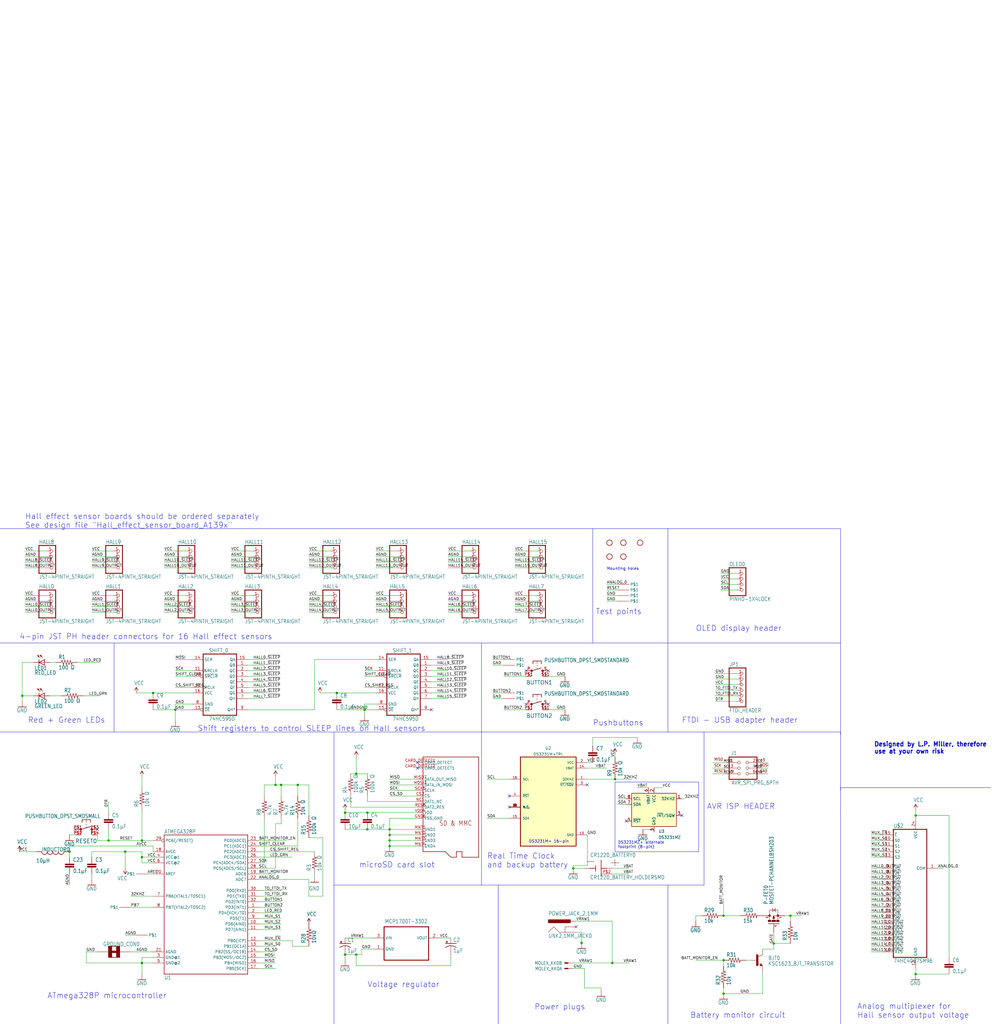
<source format=kicad_sch>
(kicad_sch (version 20230121) (generator eeschema)
  (paper "User" 452.679 467.385)
  (title_block (date "2022-11-28") (rev "G"))
  (junction (at 64.77 383.54))
  (junction (at 157.48 435.61))
  (junction (at 135.89 358.14))
  (junction (at 417.83 444.5))
  (junction (at 64.77 391.16))
  (junction (at 125.73 358.14))
  (junction (at 157.48 370.84))
  (junction (at 360.68 417.83))
  (junction (at 162.56 353.06))
  (junction (at 177.8 381))
  (junction (at 177.8 378.46))
  (junction (at 162.56 435.61))
  (junction (at 49.53 383.54))
  (junction (at 279.4 439.42))
  (junction (at 31.75 388.62))
  (junction (at 64.77 439.42))
  (junction (at 10.16 317.5))
  (junction (at 177.8 383.54))
  (junction (at 80.01 323.85))
  (junction (at 330.2 417.83))
  (junction (at 417.83 372.11))
  (junction (at 128.27 358.14))
  (junction (at 261.62 396.24))
  (junction (at 69.85 316.23))
  (junction (at 166.37 323.85))
  (junction (at 265.43 430.276))
  (junction (at 353.06 430.53))
  (junction (at 167.64 378.46))
  (junction (at 280.67 355.6))
  (junction (at 330.2 453.39))
  (junction (at 167.64 370.84))
  (junction (at 153.67 316.23))
  (junction (at 57.15 388.62))
  (junction (at 177.8 386.08))
  (junction (at 330.2 438.15))
  (no_connect (at 285.75 374.65))
  (no_connect (at 311.15 372.11))
  (no_connect (at 262.89 422.91))
  (no_connect (at 196.85 323.85))
  (no_connect (at 240.03 321.31))
  (no_connect (at 240.03 306.07))
  (no_connect (at 250.19 306.07))
  (no_connect (at 250.19 321.31))
  (no_connect (at 34.29 378.46))
  (no_connect (at 44.45 378.46))
  (no_connect (at 190.5 350.52))
  (no_connect (at 190.5 347.98))
  (no_connect (at 267.97 358.14))
  (no_connect (at 232.41 368.3))
  (no_connect (at 232.41 363.22))
  (wire (pts (xy 118.11 388.62) (xy 143.51 388.62)))
  (wire (pts (xy 140.97 408.94) (xy 140.97 401.32)))
  (wire (pts (xy 402.59 401.32) (xy 397.51 401.32)))
  (wire (pts (xy 250.19 323.85) (xy 257.81 323.85)))
  (wire (pts (xy 87.63 321.31) (xy 80.01 321.31)))
  (wire (pts (xy 266.7 396.24) (xy 261.62 396.24)))
  (wire (pts (xy 196.85 303.53) (xy 204.47 303.53)))
  (wire (pts (xy 261.62 441.96) (xy 266.7 441.96)))
  (wire (pts (xy 229.87 300.99) (xy 224.79 300.99)))
  (wire (pts (xy 270.51 336.55) (xy 290.83 336.55)))
  (wire (pts (xy 433.07 372.11) (xy 417.83 372.11)))
  (wire (pts (xy 64.77 383.54) (xy 49.53 383.54)))
  (wire (pts (xy 115.57 254) (xy 105.41 254)))
  (wire (pts (xy 135.89 386.08) (xy 135.89 373.38)))
  (wire (pts (xy 69.85 414.02) (xy 59.69 414.02)))
  (wire (pts (xy 166.37 326.39) (xy 166.37 323.85)))
  (wire (pts (xy 69.85 316.23) (xy 62.23 316.23)))
  (wire (pts (xy 402.59 396.24) (xy 397.51 396.24)))
  (wire (pts (xy 336.55 317.5) (xy 326.39 317.5)))
  (wire (pts (xy 267.97 350.52) (xy 276.86 350.52)))
  (polyline (pts (xy 152.4 334.01) (xy 152.4 467.36)))
  (wire (pts (xy 181.61 276.86) (xy 171.45 276.86)))
  (wire (pts (xy 118.11 436.88) (xy 125.73 436.88)))
  (wire (pts (xy 229.87 303.53) (xy 224.79 303.53)))
  (polyline (pts (xy 383.54 359.41) (xy 452.12 359.41)))
  (wire (pts (xy 151.13 271.78) (xy 140.97 271.78)))
  (wire (pts (xy 281.94 271.78) (xy 276.86 271.78)))
  (wire (pts (xy 274.32 450.85) (xy 274.32 452.12)))
  (wire (pts (xy 347.98 347.98) (xy 350.52 347.98)))
  (wire (pts (xy 279.4 398.78) (xy 287.02 398.78)))
  (wire (pts (xy 115.57 279.4) (xy 105.41 279.4)))
  (wire (pts (xy 140.97 382.27) (xy 147.32 382.27)))
  (wire (pts (xy 330.2 438.15) (xy 317.5 438.15)))
  (wire (pts (xy 151.13 254) (xy 140.97 254)))
  (wire (pts (xy 353.06 430.53) (xy 360.68 430.53)))
  (wire (pts (xy 113.03 318.77) (xy 120.65 318.77)))
  (wire (pts (xy 433.07 444.5) (xy 417.83 444.5)))
  (wire (pts (xy 52.07 274.32) (xy 41.91 274.32)))
  (wire (pts (xy 290.83 359.41) (xy 295.91 359.41)))
  (wire (pts (xy 10.16 317.5) (xy 10.16 320.04)))
  (wire (pts (xy 87.63 316.23) (xy 69.85 316.23)))
  (wire (pts (xy 15.24 302.26) (xy 10.16 302.26)))
  (wire (pts (xy 340.36 438.15) (xy 342.9 438.15)))
  (wire (pts (xy 118.11 408.94) (xy 128.27 408.94)))
  (polyline (pts (xy 219.71 334.01) (xy 219.71 293.37)))
  (polyline (pts (xy 280.67 356.87) (xy 318.77 356.87)))
  (wire (pts (xy 52.07 279.4) (xy 41.91 279.4)))
  (wire (pts (xy 118.11 396.24) (xy 125.73 396.24)))
  (wire (pts (xy 196.85 308.61) (xy 204.47 308.61)))
  (wire (pts (xy 31.75 388.62) (xy 31.75 391.16)))
  (wire (pts (xy 135.89 363.22) (xy 135.89 358.14)))
  (polyline (pts (xy 304.8 241.3) (xy 383.54 241.3)))
  (wire (pts (xy 115.57 276.86) (xy 105.41 276.86)))
  (wire (pts (xy 330.2 417.83) (xy 330.2 410.21)))
  (wire (pts (xy 190.5 383.54) (xy 177.8 383.54)))
  (wire (pts (xy 143.51 323.85) (xy 143.51 300.99)))
  (wire (pts (xy 336.55 266.7) (xy 328.93 266.7)))
  (polyline (pts (xy 383.54 372.11) (xy 383.54 467.36)))
  (wire (pts (xy 167.64 378.46) (xy 177.8 378.46)))
  (wire (pts (xy 157.48 370.84) (xy 167.64 370.84)))
  (wire (pts (xy 358.14 417.83) (xy 360.68 417.83)))
  (wire (pts (xy 190.5 355.6) (xy 177.8 355.6)))
  (wire (pts (xy 330.2 440.69) (xy 330.2 438.15)))
  (wire (pts (xy 143.51 400.05) (xy 143.51 398.78)))
  (polyline (pts (xy 0 241.3) (xy 304.8 241.3)))
  (wire (pts (xy 157.48 435.61) (xy 157.48 438.15)))
  (wire (pts (xy 336.55 269.24) (xy 328.93 269.24)))
  (wire (pts (xy 402.59 408.94) (xy 397.51 408.94)))
  (wire (pts (xy 402.59 414.02) (xy 397.51 414.02)))
  (wire (pts (xy 52.07 271.78) (xy 41.91 271.78)))
  (wire (pts (xy 250.19 308.61) (xy 257.81 308.61)))
  (wire (pts (xy 147.32 408.94) (xy 140.97 408.94)))
  (wire (pts (xy 21.59 274.32) (xy 11.43 274.32)))
  (wire (pts (xy 165.1 435.61) (xy 162.56 435.61)))
  (wire (pts (xy 261.62 394.97) (xy 261.62 396.24)))
  (polyline (pts (xy 270.51 293.37) (xy 270.51 241.3)))
  (wire (pts (xy 177.8 378.46) (xy 177.8 373.38)))
  (wire (pts (xy 52.07 251.46) (xy 41.91 251.46)))
  (wire (pts (xy 140.97 358.14) (xy 135.89 358.14)))
  (wire (pts (xy 402.59 429.26) (xy 397.51 429.26)))
  (wire (pts (xy 160.02 368.3) (xy 160.02 363.22)))
  (wire (pts (xy 118.11 431.8) (xy 125.73 431.8)))
  (wire (pts (xy 85.09 279.4) (xy 74.93 279.4)))
  (wire (pts (xy 281.94 367.03) (xy 285.75 367.03)))
  (wire (pts (xy 85.09 271.78) (xy 74.93 271.78)))
  (wire (pts (xy 347.98 433.07) (xy 353.06 433.07)))
  (wire (pts (xy 245.11 259.08) (xy 234.95 259.08)))
  (wire (pts (xy 298.45 378.46) (xy 298.45 379.73)))
  (wire (pts (xy 281.94 364.49) (xy 285.75 364.49)))
  (wire (pts (xy 402.59 421.64) (xy 397.51 421.64)))
  (wire (pts (xy 402.59 431.8) (xy 397.51 431.8)))
  (wire (pts (xy 320.04 417.83) (xy 317.5 417.83)))
  (wire (pts (xy 181.61 274.32) (xy 171.45 274.32)))
  (wire (pts (xy 64.77 439.42) (xy 64.77 444.5)))
  (wire (pts (xy 229.87 318.77) (xy 224.79 318.77)))
  (wire (pts (xy 417.83 372.11) (xy 417.83 369.57)))
  (polyline (pts (xy 227.33 403.86) (xy 227.33 467.36)))
  (wire (pts (xy 347.98 443.23) (xy 347.98 453.39)))
  (wire (pts (xy 21.59 254) (xy 11.43 254)))
  (wire (pts (xy 113.03 323.85) (xy 143.51 323.85)))
  (wire (pts (xy 151.13 256.54) (xy 140.97 256.54)))
  (wire (pts (xy 153.67 323.85) (xy 166.37 323.85)))
  (wire (pts (xy 151.13 259.08) (xy 140.97 259.08)))
  (wire (pts (xy 214.63 254) (xy 204.47 254)))
  (wire (pts (xy 31.75 398.78) (xy 31.75 403.86)))
  (wire (pts (xy 402.59 386.08) (xy 397.51 386.08)))
  (wire (pts (xy 196.85 318.77) (xy 204.47 318.77)))
  (wire (pts (xy 196.85 316.23) (xy 204.47 316.23)))
  (wire (pts (xy 190.5 363.22) (xy 177.8 363.22)))
  (wire (pts (xy 177.8 381) (xy 177.8 383.54)))
  (wire (pts (xy 214.63 251.46) (xy 204.47 251.46)))
  (polyline (pts (xy 0 293.37) (xy 270.51 293.37)))
  (wire (pts (xy 222.25 355.6) (xy 232.41 355.6)))
  (wire (pts (xy 128.27 363.22) (xy 128.27 358.14)))
  (wire (pts (xy 330.2 450.85) (xy 330.2 453.39)))
  (wire (pts (xy 171.45 323.85) (xy 166.37 323.85)))
  (wire (pts (xy 190.5 368.3) (xy 160.02 368.3)))
  (wire (pts (xy 49.53 383.54) (xy 49.53 378.46)))
  (wire (pts (xy 16.51 388.62) (xy 8.89 388.62)))
  (wire (pts (xy 302.26 359.41) (xy 298.45 359.41)))
  (wire (pts (xy 21.59 271.78) (xy 11.43 271.78)))
  (wire (pts (xy 162.56 353.06) (xy 162.56 345.44)))
  (wire (pts (xy 214.63 276.86) (xy 204.47 276.86)))
  (wire (pts (xy 115.57 271.78) (xy 105.41 271.78)))
  (wire (pts (xy 128.27 375.92) (xy 128.27 373.38)))
  (wire (pts (xy 10.16 302.26) (xy 10.16 317.5)))
  (wire (pts (xy 353.06 433.07) (xy 353.06 430.53)))
  (wire (pts (xy 57.15 396.24) (xy 57.15 388.62)))
  (wire (pts (xy 181.61 251.46) (xy 171.45 251.46)))
  (polyline (pts (xy 219.71 334.01) (xy 304.8 334.01)))
  (polyline (pts (xy 152.4 467.36) (xy 154.94 467.36)))
  (wire (pts (xy 427.99 396.24) (xy 430.53 396.24)))
  (wire (pts (xy 118.11 434.34) (xy 125.73 434.34)))
  (wire (pts (xy 196.85 300.99) (xy 204.47 300.99)))
  (wire (pts (xy 85.09 276.86) (xy 74.93 276.86)))
  (wire (pts (xy 402.59 419.1) (xy 397.51 419.1)))
  (wire (pts (xy 347.98 453.39) (xy 330.2 453.39)))
  (polyline (pts (xy 304.8 403.86) (xy 304.8 467.36)))
  (wire (pts (xy 229.87 316.23) (xy 224.79 316.23)))
  (wire (pts (xy 120.65 393.7) (xy 120.65 373.38)))
  (wire (pts (xy 336.55 261.62) (xy 328.93 261.62)))
  (wire (pts (xy 118.11 414.02) (xy 128.27 414.02)))
  (wire (pts (xy 330.2 350.52) (xy 325.12 350.52)))
  (wire (pts (xy 118.11 411.48) (xy 128.27 411.48)))
  (wire (pts (xy 262.89 420.37) (xy 279.4 420.37)))
  (wire (pts (xy 69.85 393.7) (xy 64.77 393.7)))
  (polyline (pts (xy 383.54 334.01) (xy 383.54 360.68)))
  (wire (pts (xy 222.25 373.38) (xy 232.41 373.38)))
  (polyline (pts (xy 383.54 241.3) (xy 383.54 293.37)))
  (wire (pts (xy 15.24 317.5) (xy 10.16 317.5)))
  (wire (pts (xy 170.18 433.07) (xy 165.1 433.07)))
  (wire (pts (xy 118.11 421.64) (xy 128.27 421.64)))
  (wire (pts (xy 87.63 313.69) (xy 80.01 313.69)))
  (wire (pts (xy 162.56 435.61) (xy 157.48 435.61)))
  (wire (pts (xy 118.11 441.96) (xy 125.73 441.96)))
  (wire (pts (xy 41.91 388.62) (xy 41.91 391.16)))
  (wire (pts (xy 38.1 317.5) (xy 45.72 317.5)))
  (wire (pts (xy 87.63 323.85) (xy 80.01 323.85)))
  (wire (pts (xy 181.61 254) (xy 171.45 254)))
  (wire (pts (xy 118.11 429.26) (xy 133.35 429.26)))
  (wire (pts (xy 118.11 419.1) (xy 128.27 419.1)))
  (wire (pts (xy 267.97 381) (xy 267.97 394.97)))
  (wire (pts (xy 52.07 276.86) (xy 41.91 276.86)))
  (wire (pts (xy 34.29 381) (xy 31.75 381)))
  (wire (pts (xy 190.5 358.14) (xy 177.8 358.14)))
  (wire (pts (xy 118.11 416.56) (xy 128.27 416.56)))
  (polyline (pts (xy 280.67 356.87) (xy 280.67 388.62)))
  (wire (pts (xy 402.59 383.54) (xy 397.51 383.54)))
  (polyline (pts (xy 321.31 403.86) (xy 321.31 334.01)))
  (polyline (pts (xy 304.8 403.86) (xy 321.31 403.86)))
  (wire (pts (xy 85.09 254) (xy 74.93 254)))
  (wire (pts (xy 245.11 276.86) (xy 234.95 276.86)))
  (wire (pts (xy 140.97 372.11) (xy 140.97 358.14)))
  (wire (pts (xy 52.07 256.54) (xy 41.91 256.54)))
  (wire (pts (xy 44.45 383.54) (xy 44.45 381)))
  (wire (pts (xy 266.7 441.96) (xy 266.7 450.85)))
  (polyline (pts (xy 304.8 403.86) (xy 219.71 403.86)))
  (wire (pts (xy 336.55 309.88) (xy 326.39 309.88)))
  (polyline (pts (xy 52.07 334.01) (xy 52.07 293.37)))
  (wire (pts (xy 69.85 408.94) (xy 59.69 408.94)))
  (wire (pts (xy 293.37 378.46) (xy 298.45 378.46)))
  (wire (pts (xy 41.91 398.78) (xy 41.91 401.32)))
  (wire (pts (xy 196.85 313.69) (xy 204.47 313.69)))
  (wire (pts (xy 113.03 306.07) (xy 120.65 306.07)))
  (wire (pts (xy 118.11 406.4) (xy 128.27 406.4)))
  (wire (pts (xy 21.59 259.08) (xy 11.43 259.08)))
  (wire (pts (xy 170.18 427.99) (xy 157.48 427.99)))
  (wire (pts (xy 162.56 440.69) (xy 162.56 435.61)))
  (wire (pts (xy 245.11 271.78) (xy 234.95 271.78)))
  (wire (pts (xy 402.59 388.62) (xy 397.51 388.62)))
  (wire (pts (xy 265.43 430.276) (xy 265.43 430.53)))
  (wire (pts (xy 214.63 259.08) (xy 204.47 259.08)))
  (wire (pts (xy 245.11 256.54) (xy 234.95 256.54)))
  (wire (pts (xy 205.74 440.69) (xy 162.56 440.69)))
  (wire (pts (xy 433.07 436.88) (xy 433.07 372.11)))
  (wire (pts (xy 64.77 439.42) (xy 39.37 439.42)))
  (wire (pts (xy 115.57 259.08) (xy 105.41 259.08)))
  (wire (pts (xy 214.63 274.32) (xy 204.47 274.32)))
  (polyline (pts (xy 304.8 334.01) (xy 383.54 334.01)))
  (wire (pts (xy 87.63 300.99) (xy 80.01 300.99)))
  (wire (pts (xy 402.59 426.72) (xy 397.51 426.72)))
  (wire (pts (xy 118.11 386.08) (xy 135.89 386.08)))
  (wire (pts (xy 336.55 307.34) (xy 326.39 307.34)))
  (wire (pts (xy 167.64 365.76) (xy 167.64 363.22)))
  (polyline (pts (xy 304.8 334.01) (xy 304.8 241.3)))
  (wire (pts (xy 262.89 425.45) (xy 265.43 425.45)))
  (polyline (pts (xy 270.51 293.37) (xy 304.8 293.37)))
  (wire (pts (xy 190.5 386.08) (xy 177.8 386.08)))
  (wire (pts (xy 181.61 279.4) (xy 171.45 279.4)))
  (wire (pts (xy 25.4 302.26) (xy 22.86 302.26)))
  (wire (pts (xy 118.11 393.7) (xy 120.65 393.7)))
  (wire (pts (xy 125.73 354.33) (xy 125.73 358.14)))
  (wire (pts (xy 21.59 276.86) (xy 11.43 276.86)))
  (wire (pts (xy 190.5 373.38) (xy 177.8 373.38)))
  (wire (pts (xy 417.83 372.11) (xy 417.83 373.38)))
  (wire (pts (xy 181.61 271.78) (xy 171.45 271.78)))
  (wire (pts (xy 64.77 383.54) (xy 64.77 369.57)))
  (wire (pts (xy 417.83 441.96) (xy 417.83 444.5)))
  (wire (pts (xy 245.11 274.32) (xy 234.95 274.32)))
  (wire (pts (xy 214.63 279.4) (xy 204.47 279.4)))
  (wire (pts (xy 245.11 251.46) (xy 234.95 251.46)))
  (wire (pts (xy 133.35 431.8) (xy 140.97 431.8)))
  (wire (pts (xy 118.11 439.42) (xy 125.73 439.42)))
  (wire (pts (xy 118.11 383.54) (xy 130.81 383.54)))
  (wire (pts (xy 69.85 439.42) (xy 64.77 439.42)))
  (wire (pts (xy 281.94 269.24) (xy 276.86 269.24)))
  (wire (pts (xy 120.65 358.14) (xy 125.73 358.14)))
  (wire (pts (xy 118.11 398.78) (xy 125.73 398.78)))
  (wire (pts (xy 69.85 323.85) (xy 80.01 323.85)))
  (wire (pts (xy 125.73 375.92) (xy 128.27 375.92)))
  (wire (pts (xy 69.85 383.54) (xy 64.77 383.54)))
  (wire (pts (xy 143.51 300.99) (xy 171.45 300.99)))
  (wire (pts (xy 281.94 274.32) (xy 276.86 274.32)))
  (wire (pts (xy 135.89 358.14) (xy 128.27 358.14)))
  (wire (pts (xy 317.5 417.83) (xy 317.5 420.37)))
  (wire (pts (xy 336.55 312.42) (xy 326.39 312.42)))
  (wire (pts (xy 240.03 308.61) (xy 229.87 308.61)))
  (wire (pts (xy 113.03 316.23) (xy 120.65 316.23)))
  (wire (pts (xy 177.8 378.46) (xy 177.8 381)))
  (wire (pts (xy 62.23 426.72) (xy 57.15 426.72)))
  (wire (pts (xy 190.5 381) (xy 177.8 381)))
  (wire (pts (xy 64.77 391.16) (xy 64.77 388.62)))
  (wire (pts (xy 39.37 439.42) (xy 39.37 434.34)))
  (wire (pts (xy 44.45 434.34) (xy 39.37 434.34)))
  (wire (pts (xy 120.65 363.22) (xy 120.65 358.14)))
  (wire (pts (xy 311.15 364.49) (xy 312.42 364.49)))
  (wire (pts (xy 270.51 340.36) (xy 270.51 336.55)))
  (wire (pts (xy 267.97 355.6) (xy 280.67 355.6)))
  (wire (pts (xy 125.73 396.24) (xy 125.73 375.92)))
  (wire (pts (xy 64.77 393.7) (xy 64.77 391.16)))
  (polyline (pts (xy 52.07 334.01) (xy 219.71 334.01)))
  (wire (pts (xy 113.03 308.61) (xy 120.65 308.61)))
  (wire (pts (xy 171.45 316.23) (xy 153.67 316.23)))
  (wire (pts (xy 240.03 323.85) (xy 229.87 323.85)))
  (wire (pts (xy 402.59 424.18) (xy 397.51 424.18)))
  (wire (pts (xy 279.4 439.42) (xy 287.02 439.42)))
  (polyline (pts (xy 383.54 293.37) (xy 383.54 335.28)))
  (wire (pts (xy 347.98 353.06) (xy 350.52 353.06)))
  (wire (pts (xy 35.56 302.26) (xy 45.72 302.26)))
  (polyline (pts (xy 219.71 334.01) (xy 219.71 403.86)))
  (wire (pts (xy 80.01 323.85) (xy 80.01 321.31)))
  (wire (pts (xy 279.4 396.24) (xy 287.02 396.24)))
  (wire (pts (xy 353.06 430.53) (xy 353.06 425.45)))
  (wire (pts (xy 336.55 314.96) (xy 326.39 314.96)))
  (wire (pts (xy 69.85 436.88) (xy 64.77 436.88)))
  (wire (pts (xy 402.59 411.48) (xy 397.51 411.48)))
  (polyline (pts (xy 383.54 372.11) (xy 383.54 359.41)))
  (wire (pts (xy 85.09 256.54) (xy 74.93 256.54)))
  (wire (pts (xy 171.45 321.31) (xy 166.37 321.31)))
  (wire (pts (xy 337.82 417.83) (xy 330.2 417.83)))
  (wire (pts (xy 151.13 251.46) (xy 140.97 251.46)))
  (wire (pts (xy 190.5 365.76) (xy 167.64 365.76)))
  (wire (pts (xy 69.85 398.78) (xy 67.31 398.78)))
  (wire (pts (xy 21.59 256.54) (xy 11.43 256.54)))
  (wire (pts (xy 171.45 313.69) (xy 166.37 313.69)))
  (wire (pts (xy 85.09 274.32) (xy 74.93 274.32)))
  (wire (pts (xy 171.45 308.61) (xy 166.37 308.61)))
  (wire (pts (xy 147.32 382.27) (xy 147.32 408.94)))
  (polyline (pts (xy 304.8 293.37) (xy 383.54 293.37)))
  (wire (pts (xy 118.11 424.18) (xy 128.27 424.18)))
  (wire (pts (xy 133.35 429.26) (xy 133.35 431.8)))
  (polyline (pts (xy 280.67 388.62) (xy 318.77 388.62)))
  (wire (pts (xy 360.68 420.37) (xy 360.68 417.83)))
  (wire (pts (xy 113.03 311.15) (xy 120.65 311.15)))
  (wire (pts (xy 80.01 328.93) (xy 80.01 323.85)))
  (wire (pts (xy 245.11 279.4) (xy 234.95 279.4)))
  (wire (pts (xy 160.02 353.06) (xy 162.56 353.06)))
  (wire (pts (xy 85.09 251.46) (xy 74.93 251.46)))
  (wire (pts (xy 49.53 383.54) (xy 44.45 383.54)))
  (wire (pts (xy 330.2 353.06) (xy 325.12 353.06)))
  (wire (pts (xy 52.07 259.08) (xy 41.91 259.08)))
  (wire (pts (xy 280.67 345.44) (xy 280.67 344.17)))
  (wire (pts (xy 59.69 434.34) (xy 69.85 434.34)))
  (wire (pts (xy 113.03 303.53) (xy 120.65 303.53)))
  (wire (pts (xy 113.03 300.99) (xy 120.65 300.99)))
  (wire (pts (xy 214.63 271.78) (xy 204.47 271.78)))
  (wire (pts (xy 281.94 266.7) (xy 276.86 266.7)))
  (wire (pts (xy 167.64 353.06) (xy 162.56 353.06)))
  (wire (pts (xy 153.67 316.23) (xy 146.05 316.23)))
  (wire (pts (xy 64.77 436.88) (xy 64.77 439.42)))
  (wire (pts (xy 167.64 378.46) (xy 157.48 378.46)))
  (wire (pts (xy 336.55 264.16) (xy 328.93 264.16)))
  (wire (pts (xy 261.62 439.42) (xy 279.4 439.42)))
  (wire (pts (xy 402.59 434.34) (xy 397.51 434.34)))
  (wire (pts (xy 165.1 433.07) (xy 165.1 435.61)))
  (wire (pts (xy 196.85 306.07) (xy 204.47 306.07)))
  (wire (pts (xy 402.59 406.4) (xy 397.51 406.4)))
  (wire (pts (xy 196.85 311.15) (xy 204.47 311.15)))
  (wire (pts (xy 347.98 350.52) (xy 350.52 350.52)))
  (wire (pts (xy 118.11 391.16) (xy 133.35 391.16)))
  (wire (pts (xy 69.85 391.16) (xy 64.77 391.16)))
  (wire (pts (xy 265.43 425.45) (xy 265.43 430.276)))
  (wire (pts (xy 214.63 256.54) (xy 204.47 256.54)))
  (wire (pts (xy 166.37 323.85) (xy 166.37 321.31)))
  (wire (pts (xy 181.61 256.54) (xy 171.45 256.54)))
  (wire (pts (xy 200.66 427.99) (xy 205.74 427.99)))
  (wire (pts (xy 21.59 279.4) (xy 11.43 279.4)))
  (wire (pts (xy 402.59 403.86) (xy 397.51 403.86)))
  (wire (pts (xy 27.94 317.5) (xy 22.86 317.5)))
  (wire (pts (xy 31.75 386.08) (xy 31.75 388.62)))
  (wire (pts (xy 115.57 251.46) (xy 105.41 251.46)))
  (wire (pts (xy 49.53 370.84) (xy 49.53 365.76)))
  (wire (pts (xy 115.57 274.32) (xy 105.41 274.32)))
  (wire (pts (xy 205.74 435.61) (xy 205.74 440.69)))
  (wire (pts (xy 360.68 417.83) (xy 365.76 417.83)))
  (wire (pts (xy 171.45 306.07) (xy 166.37 306.07)))
  (wire (pts (xy 279.4 420.37) (xy 279.4 439.42)))
  (wire (pts (xy 402.59 416.56) (xy 397.51 416.56)))
  (wire (pts (xy 64.77 359.41) (xy 64.77 354.33)))
  (wire (pts (xy 181.61 259.08) (xy 171.45 259.08)))
  (wire (pts (xy 190.5 360.68) (xy 177.8 360.68)))
  (wire (pts (xy 167.64 370.84) (xy 190.5 370.84)))
  (wire (pts (xy 267.97 347.98) (xy 270.51 347.98)))
  (polyline (pts (xy 0 334.01) (xy 52.07 334.01)))
  (polyline (pts (xy 219.71 403.86) (xy 152.4 403.86)))
  (wire (pts (xy 52.07 254) (xy 41.91 254)))
  (wire (pts (xy 87.63 308.61) (xy 80.01 308.61)))
  (wire (pts (xy 157.48 369.57) (xy 157.48 370.84)))
  (wire (pts (xy 151.13 279.4) (xy 140.97 279.4)))
  (wire (pts (xy 402.59 381) (xy 397.51 381)))
  (wire (pts (xy 69.85 388.62) (xy 69.85 386.08)))
  (wire (pts (xy 64.77 388.62) (xy 57.15 388.62)))
  (wire (pts (xy 57.15 388.62) (xy 41.91 388.62)))
  (wire (pts (xy 85.09 259.08) (xy 74.93 259.08)))
  (wire (pts (xy 118.11 401.32) (xy 140.97 401.32)))
  (polyline (pts (xy 318.77 388.62) (xy 318.77 356.87)))
  (wire (pts (xy 113.03 313.69) (xy 120.65 313.69)))
  (wire (pts (xy 402.59 398.78) (xy 397.51 398.78)))
  (wire (pts (xy 336.55 320.04) (xy 326.39 320.04)))
  (wire (pts (xy 151.13 274.32) (xy 140.97 274.32)))
  (wire (pts (xy 87.63 306.07) (xy 80.01 306.07)))
  (wire (pts (xy 280.67 355.6) (xy 288.29 355.6)))
  (wire (pts (xy 274.32 450.85) (xy 266.7 450.85)))
  (wire (pts (xy 330.2 347.98) (xy 325.12 347.98)))
  (wire (pts (xy 115.57 256.54) (xy 105.41 256.54)))
  (wire (pts (xy 402.59 391.16) (xy 397.51 391.16)))
  (wire (pts (xy 267.97 394.97) (xy 261.62 394.97)))
  (wire (pts (xy 177.8 383.54) (xy 177.8 386.08)))
  (wire (pts (xy 69.85 386.08) (xy 31.75 386.08)))
  (wire (pts (xy 245.11 254) (xy 234.95 254)))
  (wire (pts (xy 190.5 378.46) (xy 177.8 378.46)))
  (wire (pts (xy 151.13 276.86) (xy 140.97 276.86)))
  (wire (pts (xy 21.59 251.46) (xy 11.43 251.46)))
  (wire (pts (xy 128.27 358.14) (xy 125.73 358.14)))
  (text "Voltage regulator" (at 167.64 450.85 0) (effects (font (size 2.5 2.5)) (justify left bottom)))
  (text "OLED display header" (at 317.5 288.29 0) (effects (font (size 2.5 2.5)) (justify left bottom)))
  (text "DS3231M+ 16-pin" (at 241.3 384.81 0) (effects (font (size 1.27 1.27)) (justify left bottom)))
  (text "microSD card slot" (at 163.83 396.24 0) (effects (font (size 2.5 2.5)) (justify left bottom)))
  (text "Real Time Clock \nand backup battery" (at 222.25 396.24 0) (effects (font (size 2.5 2.5)) (justify left bottom)))
  (text "Battery monitor circuit" (at 314.96 464.82 0) (effects (font (size 2.5 2.5)) (justify left bottom)))
  (text "4-pin JST PH header connectors for 16 Hall effect sensors" (at 8.89 292.1 0) (effects (font (size 2.5 2.5)) (justify left bottom)))
  (text "Hall effect sensor boards should be ordered separately\nSee design file \"Hall_effect_sensor_board_A139x\"" (at 11.43 241.3 0) (effects (font (size 2.5 2.5)) (justify left bottom)))
  (text "Pushbuttons" (at 270.51 331.47 0) (effects (font (size 2.5 2.5)) (justify left bottom)))
  (text "Test points" (at 271.78 280.67 0) (effects (font (size 2.5 2.5)) (justify left bottom)))
  (text "Designed by L.P. Miller, therefore\nuse at your own risk" (at 398.78 344.17 0) (effects (font (size 2 2) (thickness 0.4) bold) (justify left bottom)))
  (text "ATmega328P microcontroller" (at 21.59 455.93 0) (effects (font (size 2.5 2.5)) (justify left bottom)))
  (text "FTDI - USB adapter header" (at 311.15 330.2 0) (effects (font (size 2.5 2.5)) (justify left bottom)))
  (text "Analog multiplexer for \nHall sensor output voltage" (at 391.16 464.82 0) (effects (font (size 2.5 2.5)) (justify left bottom)))
  (text "Power plugs" (at 243.84 461.01 0) (effects (font (size 2.5 2.5)) (justify left bottom)))
  (text "Mounting holes" (at 276.86 260.35 0) (effects (font (size 1.27 1.27)) (justify left bottom)))
  (text "Shift registers to control SLEEP lines on Hall sensors" (at 90.17 334.01 0) (effects (font (size 2.5 2.5)) (justify left bottom)))
  (text "DS3231MZ+ alternate\nfootprint (8-pin)" (at 281.94 387.35 0) (effects (font (size 1.27 1.27)) (justify left bottom)))
  (text "AVR ISP HEADER" (at 322.58 369.57 0) (effects (font (size 2.5 2.5)) (justify left bottom)))
  (text "Red + Green LEDs" (at 12.7 330.2 0) (effects (font (size 2.5 2.5)) (justify left bottom)))
  (label "MUX_S2" (at 397.51 388.62 0) (effects (font (size 1.2446 1.2446))))
  (label "HALL11_~{SLEEP}" (at 199.39 308.61 0) (effects (font (size 1.2446 1.2446))))
  (label "GND" (at 224.79 303.53 0) (effects (font (size 1.2446 1.2446))))
  (label "GND" (at 326.39 307.34 0) (effects (font (size 1.2446 1.2446))))
  (label "BATT_MONITOR" (at 118.11 398.78 0) (effects (font (size 1.2446 1.2446))))
  (label "VCC" (at 41.91 251.46 0) (effects (font (size 1.2446 1.2446))))
  (label "HALL8_OUTPUT" (at 397.51 416.56 0) (effects (font (size 1.2446 1.2446))))
  (label "HALL4_~{SLEEP}" (at 140.97 276.86 0) (effects (font (size 1.2446 1.2446))))
  (label "HALL0_~{SLEEP}" (at 11.43 276.86 0) (effects (font (size 1.2446 1.2446))))
  (label "BUTTON2" (at 229.87 323.85 0) (effects (font (size 1.2446 1.2446))))
  (label "AGND" (at 74.93 274.32 0) (effects (font (size 1.2446 1.2446))))
  (label "TO_FTDI_RX" (at 326.39 317.5 0) (effects (font (size 1.2446 1.2446))))
  (label "VCC" (at 204.47 251.46 0) (effects (font (size 1.2446 1.2446))))
  (label "MUX_S3" (at 397.51 391.16 0) (effects (font (size 1.2446 1.2446))))
  (label "SDA" (at 328.93 269.24 0) (effects (font (size 1.2446 1.2446))))
  (label "32KHZ" (at 284.48 355.6 0))
  (label "AGND" (at 41.91 274.32 0) (effects (font (size 1.2446 1.2446))))
  (label "32KHZ" (at 59.69 408.94 0) (effects (font (size 1.2446 1.2446))))
  (label "AGND" (at 11.43 274.32 0) (effects (font (size 1.2446 1.2446))))
  (label "VCC" (at 204.47 271.78 0) (effects (font (size 1.2446 1.2446))))
  (label "BUTTON1" (at 229.87 308.61 0) (effects (font (size 1.2446 1.2446))))
  (label "VCC" (at 280.67 345.44 90) (effects (font (size 1.2446 1.2446))))
  (label "HALL13_OUTPUT" (at 397.51 429.26 0) (effects (font (size 1.2446 1.2446))))
  (label "VCC" (at 74.93 271.78 0) (effects (font (size 1.2446 1.2446))))
  (label "32KHZ" (at 312.42 364.49 0))
  (label "HALL7_OUTPUT" (at 234.95 279.4 0) (effects (font (size 1.2446 1.2446))))
  (label "SCK" (at 120.65 441.96 0) (effects (font (size 1.2446 1.2446))))
  (label "AGND" (at 140.97 254 0) (effects (font (size 1.2446 1.2446))))
  (label "AVCC" (at 62.23 386.08 0) (effects (font (size 1.2446 1.2446))))
  (label "SHIFT_CLEAR" (at 80.01 308.61 0) (effects (font (size 1.2446 1.2446))))
  (label "AREF" (at 67.31 398.78 0) (effects (font (size 1.2446 1.2446))))
  (label "VCC" (at 326.39 312.42 0) (effects (font (size 1.2446 1.2446))))
  (label "VBAT" (at 284.48 398.78 0) (effects (font (size 1.2446 1.2446))))
  (label "GATE" (at 353.06 430.53 90) (effects (font (size 1.2446 1.2446))))
  (label "AGND" (at 171.45 254 0) (effects (font (size 1.2446 1.2446))))
  (label "AGND" (at 234.95 274.32 0) (effects (font (size 1.2446 1.2446))))
  (label "HALL9_~{SLEEP}" (at 199.39 303.53 0) (effects (font (size 1.2446 1.2446))))
  (label "AGND" (at 57.15 426.72 0) (effects (font (size 1.2446 1.2446))))
  (label "HALL8_OUTPUT" (at 11.43 259.08 0) (effects (font (size 1.2446 1.2446))))
  (label "SCK" (at 330.2 350.52 0) (effects (font (size 1.016 1.016))))
  (label "SCL" (at 118.11 396.24 0) (effects (font (size 1.2446 1.2446))))
  (label "VCC" (at 234.95 251.46 0) (effects (font (size 1.2446 1.2446))))
  (label "HALL3_~{SLEEP}" (at 105.41 276.86 0) (effects (font (size 1.2446 1.2446))))
  (label "GND" (at 328.93 261.62 0) (effects (font (size 1.2446 1.2446))))
  (label "MUX_S2" (at 120.65 421.64 0) (effects (font (size 1.2446 1.2446))))
  (label "LED_GRN" (at 123.19 391.16 0) (effects (font (size 1.2446 1.2446))))
  (label "GND" (at 224.79 318.77 0) (effects (font (size 1.2446 1.2446))))
  (label "VCC" (at 8.89 388.62 0) (effects (font (size 1.2446 1.2446))))
  (label "VBAT" (at 284.48 396.24 0) (effects (font (size 1.2446 1.2446))))
  (label "GND" (at 165.1 433.07 0) (effects (font (size 1.2446 1.2446))))
  (label "SHIFT_CLEAR" (at 118.11 386.08 0) (effects (font (size 1.2446 1.2446))))
  (label "HALL0_OUTPUT" (at 11.43 279.4 0) (effects (font (size 1.2446 1.2446))))
  (label "AGND" (at 234.95 254 0) (effects (font (size 1.2446 1.2446))))
  (label "HALL10_OUTPUT" (at 397.51 421.64 0) (effects (font (size 1.2446 1.2446))))
  (label "HALL8_~{SLEEP}" (at 11.43 256.54 0) (effects (font (size 1.2446 1.2446))))
  (label "HALL10_OUTPUT" (at 74.93 259.08 0) (effects (font (size 1.2446 1.2446))))
  (label "ANALOG_0" (at 427.99 396.24 0) (effects (font (size 1.2446 1.2446))))
  (label "VCC" (at 267.97 347.98 0))
  (label "CS_SD" (at 177.8 363.22 0) (effects (font (size 1.2446 1.2446))))
  (label "LED_GRN" (at 40.64 317.5 0) (effects (font (size 1.2446 1.2446))))
  (label "HALL4_~{SLEEP}" (at 115.57 311.15 0) (effects (font (size 1.2446 1.2446))))
  (label "AGND" (at 31.75 403.86 90) (effects (font (size 1.2446 1.2446))))
  (label "CS_SHIFT_REG" (at 166.37 313.69 0) (effects (font (size 1.2446 1.2446))))
  (label "AGND" (at 140.97 274.32 0) (effects (font (size 1.2446 1.2446))))
  (label "DTR" (at 49.53 368.3 90) (effects (font (size 1.2446 1.2446))))
  (label "AGND" (at 171.45 274.32 0) (effects (font (size 1.2446 1.2446))))
  (label "HALL7_~{SLEEP}" (at 115.57 318.77 0) (effects (font (size 1.2446 1.2446))))
  (label "HALL1_~{SLEEP}" (at 115.57 303.53 0) (effects (font (size 1.2446 1.2446))))
  (label "GND" (at 347.98 353.06 180) (effects (font (size 1.016 1.016))))
  (label "ANALOG_0" (at 276.86 266.7 0) (effects (font (size 1.2446 1.2446))))
  (label "MISO" (at 120.65 439.42 0) (effects (font (size 1.2446 1.2446))))
  (label "MUX_S3" (at 120.65 424.18 0) (effects (font (size 1.2446 1.2446))))
  (label "HALL13_OUTPUT" (at 171.45 259.08 0) (effects (font (size 1.2446 1.2446))))
  (label "GND" (at 163.83 323.85 0) (effects (font (size 1.2446 1.2446))))
  (label "HALL14_~{SLEEP}" (at 199.39 316.23 0) (effects (font (size 1.2446 1.2446))))
  (label "GND" (at 276.86 274.32 0) (effects (font (size 1.2446 1.2446))))
  (label "HALL8_~{SLEEP}" (at 199.39 300.99 0) (effects (font (size 1.2446 1.2446))))
  (label "SCL" (at 281.94 364.49 0))
  (label "BUTTON2" (at 120.65 414.02 0) (effects (font (size 1.2446 1.2446))))
  (label "HALL2_OUTPUT" (at 397.51 401.32 0) (effects (font (size 1.2446 1.2446))))
  (label "HALL6_~{SLEEP}" (at 115.57 316.23 0) (effects (font (size 1.2446 1.2446))))
  (label "SCL" (at 222.25 355.6 0))
  (label "MISO" (at 330.2 347.98 0) (effects (font (size 1.016 1.016))))
  (label "VCC" (at 234.95 271.78 0) (effects (font (size 1.2446 1.2446))))
  (label "MUX_S0" (at 397.51 383.54 0) (effects (font (size 1.2446 1.2446))))
  (label "HALL11_OUTPUT" (at 105.41 259.08 0) (effects (font (size 1.2446 1.2446))))
  (label "VCC" (at 302.26 359.41 0))
  (label "VBAT" (at 271.78 350.52 0))
  (label "VRAW1" (at 264.16 439.42 0))
  (label "HALL0_OUTPUT" (at 397.51 396.24 0) (effects (font (size 1.2446 1.2446))))
  (label "VCC" (at 140.97 251.46 0) (effects (font (size 1.2446 1.2446))))
  (label "MISO" (at 177.8 355.6 0) (effects (font (size 1.2446 1.2446))))
  (label "AGND" (at 11.43 254 0) (effects (font (size 1.2446 1.2446))))
  (label "VCC" (at 105.41 251.46 0) (effects (font (size 1.2446 1.2446))))
  (label "HALL4_OUTPUT" (at 397.51 406.4 0) (effects (font (size 1.2446 1.2446))))
  (label "RESET" (at 54.61 383.54 0) (effects (font (size 1.2446 1.2446))))
  (label "HALL12_~{SLEEP}" (at 199.39 311.15 0) (effects (font (size 1.2446 1.2446))))
  (label "MUX_S1" (at 397.51 386.08 0) (effects (font (size 1.2446 1.2446))))
  (label "VCC" (at 67.31 391.16 0) (effects (font (size 1.2446 1.2446))))
  (label "VRAW1" (at 262.89 420.37 0))
  (label "SCK" (at 80.01 306.07 0) (effects (font (size 1.2446 1.2446))))
  (label "GND" (at 80.01 323.85 0) (effects (font (size 1.2446 1.2446))))
  (label "HALL5_~{SLEEP}" (at 171.45 276.86 0) (effects (font (size 1.2446 1.2446))))
  (label "GND" (at 254 308.61 0))
  (label "HALL12_OUTPUT" (at 397.51 426.72 0) (effects (font (size 1.2446 1.2446))))
  (label "AGND" (at 105.41 274.32 0) (effects (font (size 1.2446 1.2446))))
  (label "PB7" (at 59.69 414.02 0) (effects (font (size 1.2446 1.2446))))
  (label "HALL4_OUTPUT" (at 140.97 279.4 0) (effects (font (size 1.2446 1.2446))))
  (label "HALL12_OUTPUT" (at 140.97 259.08 0) (effects (font (size 1.2446 1.2446))))
  (label "TO_FTDI_RX" (at 120.65 408.94 0) (effects (font (size 1.2446 1.2446))))
  (label "AGND" (at 62.23 434.34 0) (effects (font (size 1.2446 1.2446))))
  (label "HALL5_OUTPUT" (at 397.51 408.94 0) (effects (font (size 1.2446 1.2446))))
  (label "TO_FTDI_TX" (at 120.65 406.4 0) (effects (font (size 1.2446 1.2446))))
  (label "HALL9_OUTPUT" (at 41.91 259.08 0) (effects (font (size 1.2446 1.2446))))
  (label "SDA" (at 281.94 367.03 0))
  (label "AGND" (at 204.47 254 0) (effects (font (size 1.2446 1.2446))))
  (label "VCC" (at 67.31 393.7 0) (effects (font (size 1.2446 1.2446))))
  (label "MOSI" (at 347.98 350.52 180) (effects (font (size 1.016 1.016))))
  (label "HALL1_OUTPUT" (at 41.91 279.4 0) (effects (font (size 1.2446 1.2446))))
  (label "HALL7_OUTPUT" (at 397.51 414.02 0) (effects (font (size 1.2446 1.2446))))
  (label "AGND" (at 41.91 254 0) (effects (font (size 1.2446 1.2446))))
  (label "LED_RED" (at 120.65 416.56 0) (effects (font (size 1.2446 1.2446))))
  (label "VCC" (at 105.41 271.78 0) (effects (font (size 1.2446 1.2446))))
  (label "AGND" (at 204.47 274.32 0) (effects (font (size 1.2446 1.2446))))
  (label "MOSI" (at 177.8 358.14 0) (effects (font (size 1.2446 1.2446))))
  (label "GND" (at 326.39 309.88 0) (effects (font (size 1.2446 1.2446))))
  (label "VCC" (at 11.43 251.46 0) (effects (font (size 1.2446 1.2446))))
  (label "VCC" (at 171.45 271.78 0) (effects (font (size 1.2446 1.2446))))
  (label "SCL" (at 328.93 266.7 0) (effects (font (size 1.2446 1.2446))))
  (label "HALL3_~{SLEEP}" (at 115.57 308.61 0) (effects (font (size 1.2446 1.2446))))
  (label "SCK" (at 177.8 360.68 0) (effects (font (size 1.2446 1.2446))))
  (label "MUX_S1" (at 120.65 419.1 0) (effects (font (size 1.2446 1.2446))))
  (label "MOSI" (at 80.01 300.99 0) (effects (font (size 1.2446 1.2446))))
  (label "LED_RED" (at 38.1 302.26 0) (effects (font (size 1.2446 1.2446))))
  (label "HALL9_OUTPUT" (at 397.51 419.1 0) (effects (font (size 1.2446 1.2446))))
  (label "MOSI" (at 120.65 436.88 0) (effects (font (size 1.2446 1.2446))))
  (label "HALL9_~{SLEEP}" (at 41.91 256.54 0) (effects (font (size 1.2446 1.2446))))
  (label "HALL6_OUTPUT" (at 397.51 411.48 0) (effects (font (size 1.2446 1.2446))))
  (label "HALL15_OUTPUT" (at 397.51 434.34 0) (effects (font (size 1.2446 1.2446))))
  (label "GND" (at 39.37 434.34 0) (effects (font (size 1.2446 1.2446))))
  (label "HALL2_OUTPUT" (at 74.93 279.4 0) (effects (font (size 1.2446 1.2446))))
  (label "HALL0_~{SLEEP}" (at 115.57 300.99 0) (effects (font (size 1.2446 1.2446))))
  (label "HALL13_~{SLEEP}" (at 199.39 313.69 0) (effects (font (size 1.2446 1.2446))))
  (label "HALL6_OUTPUT" (at 204.47 279.4 0) (effects (font (size 1.2446 1.2446))))
  (label "TO_FTDI_TX" (at 326.39 314.96 0) (effects (font (size 1.2446 1.2446))))
  (label "BATT_MONITOR_EN" (at 327.66 438.15 180) (effects (font (size 1.2446 1.2446))))
  (label "VRAW1" (at 160.02 427.99 0) (effects (font (size 1.2446 1.2446))))
  (label "VCC" (at 74.93 251.46 0) (effects (font (size 1.2446 1.2446))))
  (label "VCC" (at 140.97 271.78 0) (effects (font (size 1.2446 1.2446))))
  (label "HALL10_~{SLEEP}" (at 74.93 256.54 0) (effects (font (size 1.2446 1.2446))))
  (label "MUX_~{EN}" (at 397.51 381 0) (effects (font (size 1.2446 1.2446))))
  (label "VRAW1" (at 284.48 439.42 0) (effects (font (size 1.2446 1.2446))))
  (label "BATT_MONITOR_EN" (at 118.11 383.54 0) (effects (font (size 1.2446 1.2446))))
  (label "HALL11_OUTPUT" (at 397.51 424.18 0) (effects (font (size 1.2446 1.2446))))
  (label "HALL2_~{SLEEP}" (at 115.57 306.07 0) (effects (font (size 1.2446 1.2446))))
  (label "GND" (at 160.02 323.85 0) (effects (font (size 1.2446 1.2446))))
  (label "RESET" (at 276.86 269.24 0) (effects (font (size 1.2446 1.2446))))
  (label "SDA" (at 222.25 373.38 0))
  (label "AGND" (at 74.93 254 0) (effects (font (size 1.2446 1.2446))))
  (label "HALL3_OUTPUT" (at 105.41 279.4 0) (effects (font (size 1.2446 1.2446))))
  (label "HALL15_~{SLEEP}" (at 199.39 318.77 0) (effects (font (size 1.2446 1.2446))))
  (label "HALL1_OUTPUT" (at 397.51 398.78 0) (effects (font (size 1.2446 1.2446))))
  (label "GND" (at 276.86 271.78 0) (effects (font (size 1.2446 1.2446))))
  (label "VCC" (at 11.43 271.78 0) (effects (font (size 1.2446 1.2446))))
  (label "BUTTON2" (at 224.79 316.23 0) (effects (font (size 1.2446 1.2446))))
  (label "ANALOG_0" (at 118.11 401.32 0) (effects (font (size 1.2446 1.2446))))
  (label "VCC" (at 200.66 427.99 0) (effects (font (size 1.2446 1.2446))))
  (label "HALL2_~{SLEEP}" (at 74.93 276.86 0) (effects (font (size 1.2446 1.2446))))
  (label "CS_SHIFT_REG" (at 123.19 388.62 0) (effects (font (size 1.2446 1.2446))))
  (label "HALL14_~{SLEEP}" (at 204.47 256.54 0) (effects (font (size 1.2446 1.2446))))
  (label "RESET" (at 330.2 353.06 0) (effects (font (size 1.016 1.016))))
  (label "VCC" (at 171.45 251.46 0) (effects (font (size 1.2446 1.2446))))
  (label "CS_SD" (at 120.65 434.34 0) (effects (font (size 1.2446 1.2446))))
  (label "MUX_~{EN}" (at 120.65 429.26 0) (effects (font (size 1.2446 1.2446))))
  (label "GND" (at 337.82 453.39 0) (effects (font (size 1.2446 1.2446))))
  (label "HALL13_~{SLEEP}" (at 171.45 256.54 0) (effects (font (size 1.2446 1.2446))))
  (label "HALL15_~{SLEEP}" (at 234.95 256.54 0) (effects (font (size 1.2446 1.2446))))
  (label "BATT_MONITOR" (at 330.2 412.75 90) (effects (font (size 1.2446 1.2446))))
  (label "DTR" (at 326.39 320.04 0) (effects (font (size 1.2446 1.2446))))
  (label "HALL11_~{SLEEP}" (at 105.41 256.54 0) (effects (font (size 1.2446 1.2446))))
  (label "CS_SHIFT_REG" (at 80.01 313.69 0) (effects (font (size 1.2446 1.2446))))
  (label "HALL14_OUTPUT" (at 204.47 259.08 0) (effects (font (size 1.2446 1.2446))))
  (label "VBAT" (at 290.83 359.41 0))
  (label "MUX_S0" (at 120.65 431.8 0) (effects (font (size 1.2446 1.2446))))
  (label "HALL5_~{SLEEP}" (at 115.57 313.69 0) (effects (font (size 1.2446 1.2446))))
  (label "VRAW1" (at 363.22 417.83 0) (effects (font (size 1.2446 1.2446))))
  (label "HALL10_~{SLEEP}" (at 199.39 306.07 0) (effects (font (size 1.2446 1.2446))))
  (label "VCC" (at 328.93 264.16 0) (effects (font (size 1.2446 1.2446))))
  (label "HALL1_~{SLEEP}" (at 41.91 276.86 0) (effects (font (size 1.2446 1.2446))))
  (label "HALL15_OUTPUT" (at 234.95 259.08 0) (effects (font (size 1.2446 1.2446))))
  (label "SCK" (at 166.37 306.07 0) (effects (font (size 1.2446 1.2446))))
  (label "HALL12_~{SLEEP}" (at 140.97 256.54 0) (effects (font (size 1.2446 1.2446))))
  (label "HALL3_OUTPUT" (at 397.51 403.86 0) (effects (font (size 1.2446 1.2446))))
  (label "VCC" (at 347.98 347.98 180) (effects (font (size 1.016 1.016))))
  (label "SDA" (at 118.11 393.7 0) (effects (font (size 1.2446 1.2446))))
  (label "BUTTON1" (at 224.79 300.99 0) (effects (font (size 1.2446 1.2446))))
  (label "AGND" (at 105.41 254 0) (effects (font (size 1.2446 1.2446))))
  (label "VCC" (at 41.91 271.78 0) (effects (font (size 1.2446 1.2446))))
  (label "HALL14_OUTPUT" (at 397.51 431.8 0) (effects (font (size 1.2446 1.2446))))
  (label "HALL7_~{SLEEP}" (at 234.95 276.86 0) (effects (font (size 1.2446 1.2446))))
  (label "SHIFT_CLEAR" (at 166.37 308.61 0) (effects (font (size 1.2446 1.2446))))
  (label "GND" (at 80.01 321.31 0) (effects (font (size 1.2446 1.2446))))
  (label "GND" (at 267.97 381 0))
  (label "HALL6_~{SLEEP}" (at 204.47 276.86 0) (effects (font (size 1.2446 1.2446))))
  (label "HALL5_OUTPUT" (at 171.45 279.4 0) (effects (font (size 1.2446 1.2446))))
  (label "BUTTON1" (at 120.65 411.48 0) (effects (font (size 1.2446 1.2446))))
  (label "GND" (at 261.62 441.96 0) (effects (font (size 1.2446 1.2446))))
  (label "GND" (at 254 323.85 0))
  (symbol (lib_id "MusselGapeTracker_RevE-eagle-import:GND") (at 31.75 383.54 0) (unit 1)
    (property "Reference" "#GND01" (effects hide))
    (property "Value" "GND" (at 29.21 386.08 0) (effects (font (size 1.778 1.5113)) (justify left bottom)))
    (property "Footprint" "MusselGapeTracker_RevE:" (effects hide))
  )
  (symbol (lib_id "MusselGapeTracker_RevE-eagle-import:CAP0603") (at 49.53 375.92 0) (unit 1)
    (property "Reference" "C5" (at 51.054 372.999 0) (effects (font (size 1.778 1.5113)) (justify left bottom)))
    (property "Value" "0.1µF" (at 51.054 378.079 0) (effects (font (size 1.778 1.5113)) (justify left bottom)))
    (property "Footprint" "Resistor_SMD:R_0603_1608Metric_Pad0.98x0.95mm_HandSolder" (effects hide))
  )
  (symbol (lib_id "MusselGapeTracker_RevE-eagle-import:PINHD-1X1SMALL") (at 287.02 271.78 0) (unit 1)
    (property "Reference" "U$4" (effects hide))
    (property "Value" "PINHD-1X1SMALL" (effects hide))
    (property "Footprint" "MusselGapeTracker_RevE:1X01_SMALL" (effects hide))
  )
  (symbol (lib_id "MusselGapeTracker_RevE-eagle-import:PINHD-1X1SMALL") (at 287.02 274.32 0) (unit 1)
    (property "Reference" "GND0" (effects hide))
    (property "Value" "PINHD-1X1SMALL" (effects hide))
    (property "Footprint" "MusselGapeTracker_RevE:1X01_SMALL" (effects hide))
  )
  (symbol (lib_id "MusselGapeTracker_RevE-eagle-import:JST-4PINTH_STRAIGHT") (at 217.17 256.54 0) (unit 1)
    (property "Reference" "HALL14" (at 210.82 248.285 0) (effects (font (size 1.778 1.5113)) (justify left bottom)))
    (property "Value" "JST-4PINTH_STRAIGHT" (at 210.82 264.16 0) (effects (font (size 1.778 1.5113)) (justify left bottom)))
    (property "Footprint" "MusselGapeTracker_RevE:JST-PH-4-THM" (effects hide))
  )
  (symbol (lib_id "MusselGapeTracker_RevE-eagle-import:RESISTOR_SMDR0603") (at 120.65 368.3 90) (unit 1)
    (property "Reference" "R8" (at 119.1514 372.11 0) (effects (font (size 1.778 1.5113)) (justify left bottom)))
    (property "Value" "4.7k" (at 123.952 372.11 0) (effects (font (size 1.778 1.5113)) (justify left bottom)))
    (property "Footprint" "Resistor_SMD:R_0603_1608Metric_Pad0.98x0.95mm_HandSolder" (effects hide))
  )
  (symbol (lib_id "MusselGapeTracker_RevE-eagle-import:CAP0603") (at 433.07 441.96 0) (unit 1)
    (property "Reference" "C6" (at 434.594 439.039 0) (effects (font (size 1.778 1.5113)) (justify left bottom)))
    (property "Value" "0.1µF" (at 434.594 444.119 0) (effects (font (size 1.778 1.5113)) (justify left bottom)))
    (property "Footprint" "Resistor_SMD:R_0603_1608Metric_Pad0.98x0.95mm_HandSolder" (effects hide))
  )
  (symbol (lib_id "MusselGapeTracker_RevE-eagle-import:LED0805") (at 17.78 302.26 0) (unit 1)
    (property "Reference" "LED1" (at 15.748 305.816 0) (effects (font (size 1.778 1.5113)) (justify left bottom)))
    (property "Value" "RED_LED" (at 15.748 307.975 0) (effects (font (size 1.778 1.5113)) (justify left bottom)))
    (property "Footprint" "MusselGapeTracker_RevE:CHIPLED_0805" (effects hide))
  )
  (symbol (lib_id "MusselGapeTracker_RevE-eagle-import:RESISTOR_SMDR0603") (at 140.97 377.19 90) (unit 1)
    (property "Reference" "R15" (at 139.4714 381 0) (effects (font (size 1.778 1.5113)) (justify left bottom)))
    (property "Value" "100k Ω" (at 144.272 381 0) (effects (font (size 1.778 1.5113)) (justify left bottom)))
    (property "Footprint" "Resistor_SMD:R_0603_1608Metric_Pad0.98x0.95mm_HandSolder" (effects hide))
  )
  (symbol (lib_id "MusselGapeTracker_RevE-eagle-import:GND") (at 143.51 402.59 0) (unit 1)
    (property "Reference" "#GND010" (effects hide))
    (property "Value" "GND" (at 140.97 406.4 0) (effects (font (size 1.778 1.5113)) (justify left bottom)))
    (property "Footprint" "MusselGapeTracker_RevE:" (effects hide))
  )
  (symbol (lib_id "MusselGapeTracker_RevE-eagle-import:STAND-OFFM2") (at 284.48 247.65 0) (unit 1)
    (property "Reference" "STANDOFF4_M2" (effects hide))
    (property "Value" "STAND-OFFM2" (effects hide))
    (property "Footprint" "MusselGapeTracker_RevE:STAND-OFF_M2" (effects hide))
  )
  (symbol (lib_id "MusselGapeTracker_RevE-eagle-import:PINHD-1X1SMALL") (at 67.31 426.72 0) (unit 1)
    (property "Reference" "U$11" (effects hide))
    (property "Value" "PINHD-1X1SMALL" (effects hide))
    (property "Footprint" "MusselGapeTracker_RevE:1X01_SMALL" (effects hide))
  )
  (symbol (lib_id "MusselGapeTracker_RevE-eagle-import:RESISTOR_SMDR0603") (at 30.48 302.26 0) (unit 1)
    (property "Reference" "R1" (at 26.67 300.7614 0) (effects (font (size 1.778 1.5113)) (justify left bottom)))
    (property "Value" "100 Ω" (at 26.67 305.562 0) (effects (font (size 1.778 1.5113)) (justify left bottom)))
    (property "Footprint" "Resistor_SMD:R_0603_1608Metric_Pad0.98x0.95mm_HandSolder" (effects hide))
  )
  (symbol (lib_id "MusselGapeTracker_RevE-eagle-import:JST-4PINTH_STRAIGHT") (at 153.67 256.54 0) (unit 1)
    (property "Reference" "HALL12" (at 147.32 248.285 0) (effects (font (size 1.778 1.5113)) (justify left bottom)))
    (property "Value" "JST-4PINTH_STRAIGHT" (at 147.32 264.16 0) (effects (font (size 1.778 1.5113)) (justify left bottom)))
    (property "Footprint" "MusselGapeTracker_RevE:JST-PH-4-THM" (effects hide))
  )
  (symbol (lib_id "MusselGapeTracker_RevE-eagle-import:GND") (at 157.48 440.69 0) (unit 1)
    (property "Reference" "#GND07" (effects hide))
    (property "Value" "GND" (at 154.94 443.23 0) (effects (font (size 1.778 1.5113)) (justify left bottom)))
    (property "Footprint" "MusselGapeTracker_RevE:" (effects hide))
  )
  (symbol (lib_id "MusselGapeTracker_RevE-eagle-import:GND") (at 257.81 311.15 0) (unit 1)
    (property "Reference" "#GND06" (effects hide))
    (property "Value" "GND" (at 255.27 313.69 0) (effects (font (size 1.778 1.5113)) (justify left bottom)))
    (property "Footprint" "MusselGapeTracker_RevE:" (effects hide))
  )
  (symbol (lib_id "MusselGapeTracker_RevE-eagle-import:PUSHBUTTON_DPST_SMDSMALL") (at 39.37 381 0) (unit 1)
    (property "Reference" "RESET0" (at 34.29 384.81 0) (effects (font (size 1.778 1.778)) (justify left bottom)))
    (property "Value" "PUSHBUTTON_DPST_SMDSMALL" (at 11.43 373.38 0) (effects (font (size 1.778 1.5113)) (justify left bottom)))
    (property "Footprint" "MusselGapeTracker_RevE:PUSHBUTTON_SPST_PTS525_SERIES" (effects hide))
  )
  (symbol (lib_id "MusselGapeTracker_RevE-eagle-import:PUSHBUTTON_DPST_SMDSTANDARD") (at 245.11 323.85 0) (unit 1)
    (property "Reference" "BUTTON2" (at 240.03 327.66 0) (effects (font (size 1.778 1.778)) (justify left bottom)))
    (property "Value" "PUSHBUTTON_DPST_SMDSTANDARD" (at 248.285 317.5 0) (effects (font (size 1.778 1.5113)) (justify left bottom)))
    (property "Footprint" "MusselGapeTracker_RevE:PUSHBUTTON_DPST_SMD" (effects hide))
  )
  (symbol (lib_id "MusselGapeTracker_RevE-eagle-import:PINHD-1X1SMALL") (at 287.02 266.7 0) (unit 1)
    (property "Reference" "U$10" (effects hide))
    (property "Value" "PINHD-1X1SMALL" (effects hide))
    (property "Footprint" "MusselGapeTracker_RevE:1X01_SMALL" (effects hide))
  )
  (symbol (lib_id "MusselGapeTracker_RevE-eagle-import:RESISTOR_SMDR0603") (at 330.2 445.77 90) (unit 1)
    (property "Reference" "R32" (at 328.7014 449.58 0) (effects (font (size 1.778 1.5113)) (justify left bottom)))
    (property "Value" "10k" (at 333.502 449.58 0) (effects (font (size 1.778 1.5113)) (justify left bottom)))
    (property "Footprint" "Resistor_SMD:R_0603_1608Metric_Pad0.98x0.95mm_HandSolder" (effects hide))
  )
  (symbol (lib_id "MusselGapeTracker_RevE-eagle-import:RESISTOR_SMDR0603") (at 64.77 364.49 90) (unit 1)
    (property "Reference" "R6" (at 63.2714 368.3 0) (effects (font (size 1.778 1.5113)) (justify left bottom)))
    (property "Value" "10k Ω" (at 68.072 368.3 0) (effects (font (size 1.778 1.5113)) (justify left bottom)))
    (property "Footprint" "Resistor_SMD:R_0603_1608Metric_Pad0.98x0.95mm_HandSolder" (effects hide))
  )
  (symbol (lib_id "MusselGapeTracker_RevE-eagle-import:GND") (at 177.8 388.62 0) (unit 1)
    (property "Reference" "#GND04" (effects hide))
    (property "Value" "GND" (at 175.26 391.16 0) (effects (font (size 1.778 1.5113)) (justify left bottom)))
    (property "Footprint" "MusselGapeTracker_RevE:" (effects hide))
  )
  (symbol (lib_id "MusselGapeTracker_RevE-eagle-import:VCC") (at 125.73 354.33 0) (unit 1)
    (property "Reference" "#SUPPLY05" (effects hide))
    (property "Value" "VCC" (at 124.714 350.774 0) (effects (font (size 1.778 1.5113)) (justify left bottom)))
    (property "Footprint" "MusselGapeTracker_RevE:" (effects hide))
  )
  (symbol (lib_id "MusselGapeTracker_RevE-eagle-import:CPOL-USB") (at 157.48 430.53 0) (unit 1)
    (property "Reference" "C1" (at 158.496 429.895 0) (effects (font (size 1.778 1.5113)) (justify left bottom)))
    (property "Value" "1µF" (at 158.496 434.721 0) (effects (font (size 1.778 1.5113)) (justify left bottom)))
    (property "Footprint" "MusselGapeTracker_RevE:PANASONIC_B" (effects hide))
  )
  (symbol (lib_id "MusselGapeTracker_RevE-eagle-import:CR1220_BATTERY_HOLDERSMD") (at 271.78 396.24 0) (unit 1)
    (property "Reference" "CR1220_BATTERY0" (at 269.24 391.16 0) (effects (font (size 1.778 1.5113)) (justify left bottom)))
    (property "Value" "CR1220_BATTERY_HOLDERSMD" (at 269.24 401.32 0) (effects (font (size 1.778 1.5113)) (justify left bottom)))
    (property "Footprint" "MusselGapeTracker_RevE:CR1220_BATTERY_HOLDER_SMD" (effects hide))
  )
  (symbol (lib_id "MusselGapeTracker_RevE-eagle-import:SOLDER_JUMPER_TRACESTANDARD") (at 52.07 434.34 0) (unit 1)
    (property "Reference" "GROUND_CON0" (at 46.99 431.8 0) (effects (font (size 1.778 1.5113)) (justify left bottom)))
    (property "Value" "SOLDER_JUMPER_TRACESTANDARD" (effects hide))
    (property "Footprint" "MusselGapeTracker_RevE:SJ_2S-TRACE" (effects hide))
  )
  (symbol (lib_id "MusselGapeTracker_RevE-eagle-import:RESISTOR_SMDR0603") (at 160.02 358.14 90) (unit 1)
    (property "Reference" "R4" (at 158.5214 361.95 0) (effects (font (size 1.778 1.5113)) (justify left bottom)))
    (property "Value" "100k Ω" (at 163.322 361.95 0) (effects (font (size 1.778 1.5113)) (justify left bottom)))
    (property "Footprint" "Resistor_SMD:R_0603_1608Metric_Pad0.98x0.95mm_HandSolder" (effects hide))
  )
  (symbol (lib_id "MusselGapeTracker_RevE-eagle-import:PINHD-1X1SMALL") (at 234.95 316.23 0) (unit 1)
    (property "Reference" "U$8" (effects hide))
    (property "Value" "PINHD-1X1SMALL" (effects hide))
    (property "Footprint" "MusselGapeTracker_RevE:1X01_SMALL" (effects hide))
  )
  (symbol (lib_id "MusselGapeTracker_RevE-eagle-import:GND") (at 64.77 447.04 0) (unit 1)
    (property "Reference" "#GND03" (effects hide))
    (property "Value" "GND" (at 62.23 449.58 0) (effects (font (size 1.778 1.5113)) (justify left bottom)))
    (property "Footprint" "MusselGapeTracker_RevE:" (effects hide))
  )
  (symbol (lib_id "MusselGapeTracker_RevE-eagle-import:RESISTOR_SMDR0603") (at 135.89 368.3 90) (unit 1)
    (property "Reference" "R14" (at 134.3914 372.11 0) (effects (font (size 1.778 1.5113)) (justify left bottom)))
    (property "Value" "10k Ω" (at 139.192 372.11 0) (effects (font (size 1.778 1.5113)) (justify left bottom)))
    (property "Footprint" "Resistor_SMD:R_0603_1608Metric_Pad0.98x0.95mm_HandSolder" (effects hide))
  )
  (symbol (lib_id "MusselGapeTracker_RevE-eagle-import:GND") (at 330.2 455.93 0) (unit 1)
    (property "Reference" "#GND014" (effects hide))
    (property "Value" "GND" (at 327.66 458.47 0) (effects (font (size 1.778 1.5113)) (justify left bottom)))
    (property "Footprint" "MusselGapeTracker_RevE:" (effects hide))
  )
  (symbol (lib_id "MusselGapeTracker_RevE-eagle-import:RESISTOR_SMDR0603") (at 335.28 438.15 0) (unit 1)
    (property "Reference" "R31" (at 331.47 436.6514 0) (effects (font (size 1.778 1.5113)) (justify left bottom)))
    (property "Value" "10k" (at 331.47 441.452 0) (effects (font (size 1.778 1.5113)) (justify left bottom)))
    (property "Footprint" "Resistor_SMD:R_0603_1608Metric_Pad0.98x0.95mm_HandSolder" (effects hide))
  )
  (symbol (lib_id "MusselGapeTracker_RevE-eagle-import:JST-4PINTH_STRAIGHT") (at 184.15 276.86 0) (unit 1)
    (property "Reference" "HALL5" (at 177.8 268.605 0) (effects (font (size 1.778 1.5113)) (justify left bottom)))
    (property "Value" "JST-4PINTH_STRAIGHT" (at 177.8 284.48 0) (effects (font (size 1.778 1.5113)) (justify left bottom)))
    (property "Footprint" "MusselGapeTracker_RevE:JST-PH-4-THM" (effects hide))
  )
  (symbol (lib_id "MusselGapeTracker_RevE-eagle-import:JST-4PINTH_STRAIGHT") (at 118.11 276.86 0) (unit 1)
    (property "Reference" "HALL3" (at 111.76 268.605 0) (effects (font (size 1.778 1.5113)) (justify left bottom)))
    (property "Value" "JST-4PINTH_STRAIGHT" (at 111.76 284.48 0) (effects (font (size 1.778 1.5113)) (justify left bottom)))
    (property "Footprint" "MusselGapeTracker_RevE:JST-PH-4-THM" (effects hide))
  )
  (symbol (lib_id "MusselGapeTracker_RevE-eagle-import:RESISTOR_SMDR0603") (at 342.9 417.83 0) (unit 1)
    (property "Reference" "R30" (at 339.09 416.3314 0) (effects (font (size 1.778 1.5113)) (justify left bottom)))
    (property "Value" "15k" (at 339.09 421.132 0) (effects (font (size 1.778 1.5113)) (justify left bottom)))
    (property "Footprint" "Resistor_SMD:R_0603_1608Metric_Pad0.98x0.95mm_HandSolder" (effects hide))
  )
  (symbol (lib_id "MusselGapeTracker_RevE-eagle-import:CAP0603") (at 31.75 396.24 0) (unit 1)
    (property "Reference" "C23" (at 33.274 393.319 0) (effects (font (size 1.778 1.5113)) (justify left bottom)))
    (property "Value" "0.1µF" (at 33.274 398.399 0) (effects (font (size 1.778 1.5113)) (justify left bottom)))
    (property "Footprint" "Resistor_SMD:R_0603_1608Metric_Pad0.98x0.95mm_HandSolder" (effects hide))
  )
  (symbol (lib_id "MusselGapeTracker_RevE-eagle-import:VCC") (at 162.56 345.44 0) (unit 1)
    (property "Reference" "#SUPPLY04" (effects hide))
    (property "Value" "VCC" (at 161.544 341.884 0) (effects (font (size 1.778 1.5113)) (justify left bottom)))
    (property "Footprint" "MusselGapeTracker_RevE:" (effects hide))
  )
  (symbol (lib_id "MusselGapeTracker_RevE-eagle-import:JST-4PINTH_STRAIGHT") (at 87.63 256.54 0) (unit 1)
    (property "Reference" "HALL10" (at 81.28 248.285 0) (effects (font (size 1.778 1.5113)) (justify left bottom)))
    (property "Value" "JST-4PINTH_STRAIGHT" (at 81.28 264.16 0) (effects (font (size 1.778 1.5113)) (justify left bottom)))
    (property "Footprint" "MusselGapeTracker_RevE:JST-PH-4-THM" (effects hide))
  )
  (symbol (lib_id "MusselGapeTracker_RevE-eagle-import:CPOL-USB") (at 205.74 430.53 0) (unit 1)
    (property "Reference" "C2" (at 206.756 429.895 0) (effects (font (size 1.778 1.5113)) (justify left bottom)))
    (property "Value" "1µF" (at 206.756 434.721 0) (effects (font (size 1.778 1.5113)) (justify left bottom)))
    (property "Footprint" "MusselGapeTracker_RevE:PANASONIC_B" (effects hide))
  )
  (symbol (lib_id "MusselGapeTracker_RevE-eagle-import:PINHD-1X1SMALL") (at 234.95 300.99 0) (unit 1)
    (property "Reference" "U$6" (effects hide))
    (property "Value" "PINHD-1X1SMALL" (effects hide))
    (property "Footprint" "MusselGapeTracker_RevE:1X01_SMALL" (effects hide))
  )
  (symbol (lib_id "MusselGapeTracker_RevE-eagle-import:VCC") (at 57.15 396.24 180) (unit 1)
    (property "Reference" "#SUPPLY08" (effects hide))
    (property "Value" "VCC" (at 58.166 399.796 0) (effects (font (size 1.778 1.5113)) (justify left bottom)))
    (property "Footprint" "MusselGapeTracker_RevE:" (effects hide))
  )
  (symbol (lib_id "MusselGapeTracker_RevE-eagle-import:RESISTOR_SMDR0603") (at 167.64 358.14 90) (unit 1)
    (property "Reference" "R5" (at 166.1414 361.95 0) (effects (font (size 1.778 1.5113)) (justify left bottom)))
    (property "Value" "100k Ω" (at 170.942 361.95 0) (effects (font (size 1.778 1.5113)) (justify left bottom)))
    (property "Footprint" "Resistor_SMD:R_0603_1608Metric_Pad0.98x0.95mm_HandSolder" (effects hide))
  )
  (symbol (lib_id "MusselGapeTracker_RevE-eagle-import:PINHD-1X1SMALL") (at 234.95 318.77 0) (unit 1)
    (property "Reference" "U$9" (effects hide))
    (property "Value" "PINHD-1X1SMALL" (effects hide))
    (property "Footprint" "MusselGapeTracker_RevE:1X01_SMALL" (effects hide))
  )
  (symbol (lib_id "MusselGapeTracker_RevE-eagle-import:74HC595D") (at 102.87 313.69 0) (unit 1)
    (property "Reference" "SHIFT_0" (at 95.25 297.815 0) (effects (font (size 1.778 1.5113)) (justify left bottom)))
    (property "Value" "74HC595D" (at 95.25 328.93 0) (effects (font (size 1.778 1.5113)) (justify left bottom)))
    (property "Footprint" "MusselGapeTracker_RevE:SO16" (effects hide))
  )
  (symbol (lib_id "MusselGapeTracker_RevE-eagle-import:STAND-OFF4-40") (at 292.1 247.65 0) (unit 1)
    (property "Reference" "STANDOFF3" (effects hide))
    (property "Value" "STAND-OFF4-40" (effects hide))
    (property "Footprint" "MusselGapeTracker_RevE:STAND-OFF" (effects hide))
  )
  (symbol (lib_id "MusselGapeTracker_RevE-eagle-import:VCC") (at 146.05 316.23 0) (unit 1)
    (property "Reference" "#SUPPLY07" (effects hide))
    (property "Value" "VCC" (at 145.034 312.674 0) (effects (font (size 1.778 1.5113)) (justify left bottom)))
    (property "Footprint" "MusselGapeTracker_RevE:" (effects hide))
  )
  (symbol (lib_id "MusselGapeTracker_RevE-eagle-import:PINHD-1X1SMALL") (at 54.61 414.02 180) (unit 1)
    (property "Reference" "PB7" (effects hide))
    (property "Value" "PINHD-1X1SMALL" (effects hide))
    (property "Footprint" "MusselGapeTracker_RevE:1X01_SMALL" (effects hide))
  )
  (symbol (lib_id "MusselGapeTracker_RevE-eagle-import:JST-4PINTH_STRAIGHT") (at 54.61 276.86 0) (unit 1)
    (property "Reference" "HALL1" (at 48.26 268.605 0) (effects (font (size 1.778 1.5113)) (justify left bottom)))
    (property "Value" "JST-4PINTH_STRAIGHT" (at 48.26 284.48 0) (effects (font (size 1.778 1.5113)) (justify left bottom)))
    (property "Footprint" "MusselGapeTracker_RevE:JST-PH-4-THM" (effects hide))
  )
  (symbol (lib_id "MusselGapeTracker_RevE-eagle-import:CAP0603") (at 270.51 345.44 0) (unit 1)
    (property "Reference" "C7" (at 272.034 342.519 0) (effects (font (size 1.778 1.5113)) (justify left bottom)))
    (property "Value" "0.1µF" (at 272.034 347.599 0) (effects (font (size 1.778 1.5113)) (justify left bottom)))
    (property "Footprint" "Resistor_SMD:R_0603_1608Metric_Pad0.98x0.95mm_HandSolder" (effects hide))
  )
  (symbol (lib_id "MusselGapeTracker_RevE-eagle-import:PINHD-1X1SMALL") (at 287.02 269.24 0) (unit 1)
    (property "Reference" "U$3" (effects hide))
    (property "Value" "PINHD-1X1SMALL" (effects hide))
    (property "Footprint" "MusselGapeTracker_RevE:1X01_SMALL" (effects hide))
  )
  (symbol (lib_id "MusselGapeTracker_RevE-eagle-import:GND") (at 10.16 322.58 0) (unit 1)
    (property "Reference" "#GND09" (effects hide))
    (property "Value" "GND" (at 7.62 325.12 0) (effects (font (size 1.778 1.5113)) (justify left bottom)))
    (property "Footprint" "MusselGapeTracker_RevE:" (effects hide))
  )
  (symbol (lib_id "MusselGapeTracker_RevE-eagle-import:JST-4PINTH_STRAIGHT") (at 24.13 276.86 0) (unit 1)
    (property "Reference" "HALL0" (at 17.78 268.605 0) (effects (font (size 1.778 1.5113)) (justify left bottom)))
    (property "Value" "JST-4PINTH_STRAIGHT" (at 17.78 284.48 0) (effects (font (size 1.778 1.5113)) (justify left bottom)))
    (property "Footprint" "MusselGapeTracker_RevE:JST-PH-4-THM" (effects hide))
  )
  (symbol (lib_id "MusselGapeTracker_RevE-eagle-import:GND") (at 290.83 339.09 0) (unit 1)
    (property "Reference" "#GND017" (effects hide))
    (property "Value" "GND" (at 288.29 341.63 0) (effects (font (size 1.778 1.5113)) (justify left bottom)))
    (property "Footprint" "MusselGapeTracker_RevE:" (effects hide))
  )
  (symbol (lib_id "MusselGapeTracker_RevE-eagle-import:RESISTOR_SMDR0603") (at 143.51 393.7 90) (unit 1)
    (property "Reference" "R3" (at 142.0114 397.51 0) (effects (font (size 1.778 1.5113)) (justify left bottom)))
    (property "Value" "10k Ω" (at 146.812 397.51 0) (effects (font (size 1.778 1.5113)) (justify left bottom)))
    (property "Footprint" "Resistor_SMD:R_0603_1608Metric_Pad0.98x0.95mm_HandSolder" (effects hide))
  )
  (symbol (lib_id "MusselGapeTracker_RevE-eagle-import:74HC595D") (at 186.69 313.69 0) (unit 1)
    (property "Reference" "SHIFT_1" (at 179.07 297.815 0) (effects (font (size 1.778 1.5113)) (justify left bottom)))
    (property "Value" "74HC595D" (at 179.07 328.93 0) (effects (font (size 1.778 1.5113)) (justify left bottom)))
    (property "Footprint" "MusselGapeTracker_RevE:SO16" (effects hide))
  )
  (symbol (lib_id "MusselGapeTracker_RevE-eagle-import:PINHD-1X6RA") (at 339.09 314.96 0) (unit 1)
    (property "Reference" "JP1" (at 332.74 304.165 0) (effects (font (size 1.778 1.5113)) (justify left bottom)))
    (property "Value" "FTDI_HEADER" (at 332.74 325.12 0) (effects (font (size 1.778 1.5113)) (justify left bottom)))
    (property "Footprint" "MusselGapeTracker_RevE:1X06-RIGHT_ANGLE" (effects hide))
  )
  (symbol (lib_id "MusselGapeTracker_RevE-eagle-import:ATMEGA328_SMT") (at 92.71 408.94 0) (unit 1)
    (property "Reference" "U1" (at 74.93 447.04 0) (effects (font (size 1.778 1.5113)) (justify left bottom)))
    (property "Value" "ATMEGA328P" (at 74.93 380.492 0) (effects (font (size 1.778 1.5113)) (justify left bottom)))
    (property "Footprint" "MusselGapeTracker_RevE:TQFP32-08" (effects hide))
  )
  (symbol (lib_id "MusselGapeTracker_RevE-eagle-import:GND") (at 265.43 432.816 0) (unit 1)
    (property "Reference" "#GND016" (effects hide))
    (property "Value" "GND" (at 262.89 435.356 0) (effects (font (size 1.778 1.5113)) (justify left bottom)))
    (property "Footprint" "MusselGapeTracker_RevE:" (effects hide))
  )
  (symbol (lib_id "MusselGapeTracker_RevE-eagle-import:JST-4PINTH_STRAIGHT") (at 247.65 276.86 0) (unit 1)
    (property "Reference" "HALL7" (at 241.3 268.605 0) (effects (font (size 1.778 1.5113)) (justify left bottom)))
    (property "Value" "JST-4PINTH_STRAIGHT" (at 241.3 284.48 0) (effects (font (size 1.778 1.5113)) (justify left bottom)))
    (property "Footprint" "MusselGapeTracker_RevE:JST-PH-4-THM" (effects hide))
  )
  (symbol (lib_id "MusselGapeTracker_RevE-eagle-import:JST-4PINTH_STRAIGHT") (at 24.13 256.54 0) (unit 1)
    (property "Reference" "HALL8" (at 17.78 248.285 0) (effects (font (size 1.778 1.5113)) (justify left bottom)))
    (property "Value" "JST-4PINTH_STRAIGHT" (at 17.78 264.16 0) (effects (font (size 1.778 1.5113)) (justify left bottom)))
    (property "Footprint" "MusselGapeTracker_RevE:JST-PH-4-THM" (effects hide))
  )
  (symbol (lib_id "MusselGapeTracker_RevE-eagle-import:22-23-2021") (at 259.08 439.42 180) (unit 2)
    (property "Reference" "MOLEX_KK0" (at 256.54 438.658 0) (effects (font (size 1.524 1.2954)) (justify left bottom)))
    (property "Value" "22-23-2021" (effects hide))
    (property "Footprint" "MusselGapeTracker_RevE:22-23-2021" (effects hide))
  )
  (symbol (lib_id "MusselGapeTracker_RevE-eagle-import:CAP0603") (at 69.85 321.31 0) (unit 1)
    (property "Reference" "C9" (at 71.374 318.389 0) (effects (font (size 1.778 1.5113)) (justify left bottom)))
    (property "Value" "0.1µF" (at 71.374 323.469 0) (effects (font (size 1.778 1.5113)) (justify left bottom)))
    (property "Footprint" "Resistor_SMD:R_0603_1608Metric_Pad0.98x0.95mm_HandSolder" (effects hide))
  )
  (symbol (lib_id "DS3231M_TRL:DS3231M+TRL") (at 250.19 365.76 0) (unit 1)
    (property "Reference" "U2" (at 250.19 341.3955 0))
    (property "Value" "DS3231M+TRL" (at 250.19 344.1706 0))
    (property "Footprint" "DS3231M_TRL:SOIC127P1032X265-16N" (effects hide))
  )
  (symbol (lib_id "MusselGapeTracker_RevE-eagle-import:STAND-OFFM2") (at 278.13 247.65 0) (unit 1)
    (property "Reference" "STANDOFF5_M2" (effects hide))
    (property "Value" "STAND-OFFM2" (effects hide))
    (property "Footprint" "MusselGapeTracker_RevE:STAND-OFF_M2" (effects hide))
  )
  (symbol (lib_id "MusselGapeTracker_RevE-eagle-import:INDUCTOR0805_TY") (at 24.13 388.62 0) (unit 1)
    (property "Reference" "INDUCTOR0" (at 19.05 388.62 0) (effects (font (size 1.778 1.5113)) (justify left bottom)))
    (property "Value" "10µH" (at 16.51 393.7 0) (effects (font (size 1.778 1.5113)) (justify left bottom)))
    (property "Footprint" "MusselGapeTracker_RevE:I_0805" (effects hide))
  )
  (symbol (lib_id "MusselGapeTracker_RevE-eagle-import:CAP0603") (at 157.48 375.92 0) (unit 1)
    (property "Reference" "C10" (at 159.004 372.999 0) (effects (font (size 1.778 1.5113)) (justify left bottom)))
    (property "Value" "10µF" (at 159.004 378.079 0) (effects (font (size 1.778 1.5113)) (justify left bottom)))
    (property "Footprint" "Resistor_SMD:R_0603_1608Metric_Pad0.98x0.95mm_HandSolder" (effects hide))
  )
  (symbol (lib_id "MusselGapeTracker_RevE-eagle-import:PUSHBUTTON_DPST_SMDSTANDARD") (at 245.11 308.61 0) (unit 1)
    (property "Reference" "BUTTON1" (at 240.03 312.42 0) (effects (font (size 1.778 1.778)) (justify left bottom)))
    (property "Value" "PUSHBUTTON_DPST_SMDSTANDARD" (at 248.285 302.26 0) (effects (font (size 1.778 1.5113)) (justify left bottom)))
    (property "Footprint" "MusselGapeTracker_RevE:PUSHBUTTON_DPST_SMD" (effects hide))
  )
  (symbol (lib_id "MusselGapeTracker_RevE-eagle-import:VCC") (at 8.89 388.62 0) (unit 1)
    (property "Reference" "#SUPPLY02" (effects hide))
    (property "Value" "VCC" (at 7.874 385.064 0) (effects (font (size 1.778 1.5113)) (justify left bottom)))
    (property "Footprint" "MusselGapeTracker_RevE:" (effects hide))
  )
  (symbol (lib_id "MusselGapeTracker_RevE-eagle-import:GND") (at 274.32 454.66 0) (unit 1)
    (property "Reference" "#GND0101" (effects hide))
    (property "Value" "GND" (at 271.78 457.2 0) (effects (font (size 1.778 1.5113)) (justify left bottom)))
    (property "Footprint" "MusselGapeTracker_RevE:" (effects hide))
  )
  (symbol (lib_id "MusselGapeTracker_RevE-eagle-import:JST-4PINTH_STRAIGHT") (at 184.15 256.54 0) (unit 1)
    (property "Reference" "HALL13" (at 177.8 248.285 0) (effects (font (size 1.778 1.5113)) (justify left bottom)))
    (property "Value" "JST-4PINTH_STRAIGHT" (at 177.8 264.16 0) (effects (font (size 1.778 1.5113)) (justify left bottom)))
    (property "Footprint" "MusselGapeTracker_RevE:JST-PH-4-THM" (effects hide))
  )
  (symbol (lib_id "MusselGapeTracker_RevE-eagle-import:RESISTOR_SMDR0603") (at 325.12 417.83 0) (unit 1)
    (property "Reference" "R29" (at 321.31 416.3314 0) (effects (font (size 1.778 1.5113)) (justify left bottom)))
    (property "Value" "10k" (at 321.31 421.132 0) (effects (font (size 1.778 1.5113)) (justify left bottom)))
    (property "Footprint" "Resistor_SMD:R_0603_1608Metric_Pad0.98x0.95mm_HandSolder" (effects hide))
  )
  (symbol (lib_id "MusselGapeTracker_RevE-eagle-import:CAP0603") (at 41.91 396.24 0) (unit 1)
    (property "Reference" "C3" (at 43.434 393.319 0) (effects (font (size 1.778 1.5113)) (justify left bottom)))
    (property "Value" "0.1µF" (at 43.434 398.399 0) (effects (font (size 1.778 1.5113)) (justify left bottom)))
    (property "Footprint" "Resistor_SMD:R_0603_1608Metric_Pad0.98x0.95mm_HandSolder" (effects hide))
  )
  (symbol (lib_id "MusselGapeTracker_RevE-eagle-import:VCC") (at 140.97 421.64 0) (unit 1)
    (property "Reference" "#SUPPLY011" (effects hide))
    (property "Value" "VCC" (at 139.954 418.084 0) (effects (font (size 1.778 1.5113)) (justify left bottom)))
    (property "Footprint" "MusselGapeTracker_RevE:" (effects hide))
  )
  (symbol (lib_id "MusselGapeTracker_RevE-eagle-import:PINHD-1X1SMALL") (at 62.23 398.78 180) (unit 1)
    (property "Reference" "U$17" (effects hide))
    (property "Value" "PINHD-1X1SMALL" (effects hide))
    (property "Footprint" "MusselGapeTracker_RevE:1X01_SMALL" (effects hide))
  )
  (symbol (lib_id "MusselGapeTracker_RevE-eagle-import:CAP0603") (at 153.67 321.31 0) (unit 1)
    (property "Reference" "C8" (at 155.194 318.389 0) (effects (font (size 1.778 1.5113)) (justify left bottom)))
    (property "Value" "0.1µF" (at 155.194 323.469 0) (effects (font (size 1.778 1.5113)) (justify left bottom)))
    (property "Footprint" "Resistor_SMD:R_0603_1608Metric_Pad0.98x0.95mm_HandSolder" (effects hide))
  )
  (symbol (lib_id "MusselGapeTracker_RevE-eagle-import:GND") (at 41.91 403.86 0) (unit 1)
    (property "Reference" "#GND02" (effects hide))
    (property "Value" "GND" (at 39.37 406.4 0) (effects (font (size 1.778 1.5113)) (justify left bottom)))
    (property "Footprint" "MusselGapeTracker_RevE:" (effects hide))
  )
  (symbol (lib_id "MusselGapeTracker_RevE-eagle-import:PINHD-1X1SMALL") (at 234.95 303.53 0) (unit 1)
    (property "Reference" "U$7" (effects hide))
    (property "Value" "PINHD-1X1SMALL" (effects hide))
    (property "Footprint" "MusselGapeTracker_RevE:1X01_SMALL" (effects hide))
  )
  (symbol (lib_id "MusselGapeTracker_RevE-eagle-import:VCC") (at 417.83 369.57 0) (unit 1)
    (property "Reference" "#SUPPLY010" (effects hide))
    (property "Value" "VCC" (at 416.814 366.014 0) (effects (font (size 1.778 1.5113)) (justify left bottom)))
    (property "Footprint" "MusselGapeTracker_RevE:" (effects hide))
  )
  (symbol (lib_id "MusselGapeTracker_RevE-eagle-import:KSC1623_BJT_TRANSISTOR") (at 345.44 438.15 0) (unit 1)
    (property "Reference" "BJT0" (at 350.52 438.15 0) (effects (font (size 1.778 1.5113)) (justify left bottom)))
    (property "Value" "KSC1623_BJT_TRANSISTOR" (at 350.52 440.69 0) (effects (font (size 1.778 1.5113)) (justify left bottom)))
    (property "Footprint" "MusselGapeTracker_RevE:SOT23" (effects hide))
  )
  (symbol (lib_id "MusselGapeTracker_RevE-eagle-import:JST-4PINTH_STRAIGHT") (at 153.67 276.86 0) (unit 1)
    (property "Reference" "HALL4" (at 147.32 268.605 0) (effects (font (size 1.778 1.5113)) (justify left bottom)))
    (property "Value" "JST-4PINTH_STRAIGHT" (at 147.32 284.48 0) (effects (font (size 1.778 1.5113)) (justify left bottom)))
    (property "Footprint" "MusselGapeTracker_RevE:JST-PH-4-THM" (effects hide))
  )
  (symbol (lib_id "MusselGapeTracker_RevE-eagle-import:RESISTOR_SMDR0603") (at 128.27 368.3 90) (unit 1)
    (property "Reference" "R7" (at 126.7714 372.11 0) (effects (font (size 1.778 1.5113)) (justify left bottom)))
    (property "Value" "4.7k" (at 131.572 372.11 0) (effects (font (size 1.778 1.5113)) (justify left bottom)))
    (property "Footprint" "Resistor_SMD:R_0603_1608Metric_Pad0.98x0.95mm_HandSolder" (effects hide))
  )
  (symbol (lib_id "MusselGapeTracker_RevE-eagle-import:VCC") (at 157.48 369.57 0) (unit 1)
    (property "Reference" "#SUPPLY03" (effects hide))
    (property "Value" "VCC" (at 156.464 366.014 0) (effects (font (size 1.778 1.5113)) (justify left bottom)))
    (property "Footprint" "MusselGapeTracker_RevE:" (effects hide))
  )
  (symbol (lib_id "MusselGapeTracker_RevE-eagle-import:JST-4PINTH_STRAIGHT") (at 118.11 256.54 0) (unit 1)
    (property "Reference" "HALL11" (at 111.76 248.285 0) (effects (font (size 1.778 1.5113)) (justify left bottom)))
    (property "Value" "JST-4PINTH_STRAIGHT" (at 111.76 264.16 0) (effects (font (size 1.778 1.5113)) (justify left bottom)))
    (property "Footprint" "MusselGapeTracker_RevE:JST-PH-4-THM" (effects hide))
  )
  (symbol (lib_id "MusselGapeTracker_RevE-eagle-import:VCC") (at 280.67 344.17 0) (unit 1)
    (property "Reference" "#SUPPLY09" (effects hide))
    (property "Value" "VCC" (at 279.654 340.614 0) (effects (font (size 1.778 1.5113)) (justify left bottom)))
    (property "Footprint" "MusselGapeTracker_RevE:" (effects hide))
  )
  (symbol (lib_id "MusselGapeTracker_RevE-eagle-import:GND") (at 317.5 422.91 0) (unit 1)
    (property "Reference" "#GND015" (effects hide))
    (property "Value" "GND" (at 314.96 425.45 0) (effects (font (size 1.778 1.5113)) (justify left bottom)))
    (property "Footprint" "MusselGapeTracker_RevE:" (effects hide))
  )
  (symbol (lib_id "MusselGapeTracker_RevE-eagle-import:CAP0603") (at 167.64 375.92 0) (unit 1)
    (property "Reference" "C4" (at 169.164 372.999 0) (effects (font (size 1.778 1.5113)) (justify left bottom)))
    (property "Value" "0.1µF" (at 169.164 378.079 0) (effects (font (size 1.778 1.5113)) (justify left bottom)))
    (property "Footprint" "Resistor_SMD:R_0603_1608Metric_Pad0.98x0.95mm_HandSolder" (effects hide))
  )
  (symbol (lib_id "MusselGapeTracker_RevE-eagle-import:GND") (at 417.83 447.04 0) (unit 1)
    (property "Reference" "#GND013" (effects hide))
    (property "Value" "GND" (at 415.29 449.58 0) (effects (font (size 1.778 1.5113)) (justify left bottom)))
    (property "Footprint" "MusselGapeTracker_RevE:" (effects hide))
  )
  (symbol (lib_id "MusselGapeTracker_RevE-eagle-import:74HC4067SM96") (at 415.29 408.94 0) (unit 1)
    (property "Reference" "U$2" (at 407.67 377.825 0) (effects (font (size 1.778 1.5113)) (justify left bottom)))
    (property "Value" "74HC4067SM96" (at 407.67 439.42 0) (effects (font (size 1.778 1.5113)) (justify left bottom)))
    (property "Footprint" "MusselGapeTracker_RevE:SSOP24" (effects hide))
  )
  (symbol (lib_id "MusselGapeTracker_RevE-eagle-import:LED0805") (at 17.78 317.5 0) (unit 1)
    (property "Reference" "LED2" (at 15.748 321.056 0) (effects (font (size 1.778 1.5113)) (justify left bottom)))
    (property "Value" "GREEN_LED" (at 15.748 323.215 0) (effects (font (size 1.778 1.5113)) (justify left bottom)))
    (property "Footprint" "MusselGapeTracker_RevE:CHIPLED_0805" (effects hide))
  )
  (symbol (lib_id "MusselGapeTracker_RevE-eagle-import:MCP1700T-3302E/TT") (at 187.96 427.99 0) (unit 1)
    (property "Reference" "MCP1700T-3302" (at 175.6156 421.4114 0) (effects (font (size 1.778 1.5113)) (justify left bottom)))
    (property "Value" "MCP1700T-3302E{slash}TT" (effects hide))
    (property "Footprint" "MusselGapeTracker_RevE:SOT95P237X112-3N" (effects hide))
  )
  (symbol (lib_id "MusselGapeTracker_RevE-eagle-import:JST-4PINTH_STRAIGHT") (at 217.17 276.86 0) (unit 1)
    (property "Reference" "HALL6" (at 210.82 268.605 0) (effects (font (size 1.778 1.5113)) (justify left bottom)))
    (property "Value" "JST-4PINTH_STRAIGHT" (at 210.82 284.48 0) (effects (font (size 1.778 1.5113)) (justify left bottom)))
    (property "Footprint" "MusselGapeTracker_RevE:JST-PH-4-THM" (effects hide))
  )
  (symbol (lib_id "MusselGapeTracker_RevE-eagle-import:RESISTOR_SMDR0603") (at 33.02 317.5 0) (unit 1)
    (property "Reference" "R2" (at 29.21 316.0014 0) (effects (font (size 1.778 1.5113)) (justify left bottom)))
    (property "Value" "100 Ω" (at 29.21 320.802 0) (effects (font (size 1.778 1.5113)) (justify left bottom)))
    (property "Footprint" "Resistor_SMD:R_0603_1608Metric_Pad0.98x0.95mm_HandSolder" (effects hide))
  )
  (symbol (lib_id "MusselGapeTracker_RevE-eagle-import:JST-4PINTH_STRAIGHT") (at 247.65 256.54 0) (unit 1)
    (property "Reference" "HALL15" (at 241.3 248.285 0) (effects (font (size 1.778 1.5113)) (justify left bottom)))
    (property "Value" "JST-4PINTH_STRAIGHT" (at 241.3 264.16 0) (effects (font (size 1.778 1.5113)) (justify left bottom)))
    (property "Footprint" "MusselGapeTracker_RevE:JST-PH-4-THM" (effects hide))
  )
  (symbol (lib_id "MusselGapeTracker_RevE-eagle-import:GND") (at 257.81 326.39 0) (unit 1)
    (property "Reference" "#GND05" (effects hide))
    (property "Value" "GND" (at 255.27 328.93 0) (effects (font (size 1.778 1.5113)) (justify left bottom)))
    (property "Footprint" "MusselGapeTracker_RevE:" (effects hide))
  )
  (symbol (lib_id "MusselGapeTracker_RevE-eagle-import:STAND-OFF4-40") (at 284.48 254 0) (unit 1)
    (property "Reference" "STANDOFF1" (effects hide))
    (property "Value" "STAND-OFF4-40" (effects hide))
    (property "Footprint" "MusselGapeTracker_RevE:STAND-OFF" (effects hide))
  )
  (symbol (lib_id "MusselGapeTracker_RevE-eagle-import:JST-4PINTH_STRAIGHT") (at 87.63 276.86 0) (unit 1)
    (property "Reference" "HALL2" (at 81.28 268.605 0) (effects (font (size 1.778 1.5113)) (justify left bottom)))
    (property "Value" "JST-4PINTH_STRAIGHT" (at 81.28 284.48 0) (effects (font (size 1.778 1.5113)) (justify left bottom)))
    (property "Footprint" "MusselGapeTracker_RevE:JST-PH-4-THM" (effects hide))
  )
  (symbol (lib_id "MusselGapeTracker_RevE-eagle-import:RESISTOR_SMDR0603") (at 360.68 425.45 90) (unit 1)
    (property "Reference" "R33" (at 359.1814 429.26 0) (effects (font (size 1.778 1.5113)) (justify left bottom)))
    (property "Value" "10k" (at 363.982 429.26 0) (effects (font (size 1.778 1.5113)) (justify left bottom)))
    (property "Footprint" "Resistor_SMD:R_0603_1608Metric_Pad0.98x0.95mm_HandSolder" (effects hide))
  )
  (symbol (lib_id "Timer_RTC:DS3231MZ") (at 298.45 369.57 0) (unit 1)
    (property "Reference" "U3" (at 300.4694 379.3395 0) (effects (justify left)))
    (property "Value" "DS3231MZ" (at 300.4694 382.1146 0) (effects (justify left)))
    (property "Footprint" "Package_SO:SOIC-8_3.9x4.9mm_P1.27mm" (effects hide))
    (property "Datasheet" "http://datasheets.maximintegrated.com/en/ds/DS3231M.pdf" (effects hide))
  )
  (symbol (lib_id "MusselGapeTracker_RevE-eagle-import:GND") (at 293.37 381 0) (unit 1)
    (property "Reference" "#GND018" (effects hide))
    (property "Value" "GND" (at 290.83 383.54 0) (effects (font (size 1.778 1.5113)) (justify left bottom)))
    (property "Footprint" "MusselGapeTracker_RevE:" (effects hide))
  )
  (symbol (lib_id "MusselGapeTracker_RevE-eagle-import:GND") (at 80.01 331.47 0) (unit 1)
    (property "Reference" "#GND011" (effects hide))
    (property "Value" "GND" (at 77.47 334.01 0) (effects (font (size 1.778 1.5113)) (justify left bottom)))
    (property "Footprint" "MusselGapeTracker_RevE:" (effects hide))
  )
  (symbol (lib_id "MusselGapeTracker_RevE-eagle-import:PINHD-1X4LOCK") (at 339.09 266.7 0) (unit 1)
    (property "Reference" "OLED0" (at 332.74 258.445 0) (effects (font (size 1.778 1.5113)) (justify left bottom)))
    (property "Value" "PINHD-1X4LOCK" (at 332.74 274.32 0) (effects (font (size 1.778 1.5113)) (justify left bottom)))
    (property "Footprint" "MusselGapeTracker_RevE:1X04_LOCK" (effects hide))
  )
  (symbol (lib_id "MusselGapeTracker_RevE-eagle-import:VCC") (at 64.77 354.33 0) (unit 1)
    (property "Reference" "#SUPPLY01" (effects hide))
    (property "Value" "VCC" (at 63.754 350.774 0) (effects (font (size 1.778 1.5113)) (justify left bottom)))
    (property "Footprint" "MusselGapeTracker_RevE:" (effects hide))
  )
  (symbol (lib_id "MusselGapeTracker_RevE-eagle-import:MICROSD_MOLEX_REVERSECURRENT") (at 205.74 368.3 0) (unit 1)
    (property "Reference" "U$1" (effects hide))
    (property "Value" "MICROSD_MOLEX_REVERSECURRENT" (effects hide))
    (property "Footprint" "MusselGapeTracker_RevE:MICROSD_SOCKET_MOLEX_REVERSEMOUNT" (effects hide))
  )
  (symbol (lib_id "MusselGapeTracker_RevE-eagle-import:VCC") (at 62.23 316.23 0) (unit 1)
    (property "Reference" "#SUPPLY06" (effects hide))
    (property "Value" "VCC" (at 61.214 312.674 0) (effects (font (size 1.778 1.5113)) (justify left bottom)))
    (property "Footprint" "MusselGapeTracker_RevE:" (effects hide))
  )
  (symbol (lib_id "MusselGapeTracker_RevE-eagle-import:GND") (at 166.37 328.93 0) (unit 1)
    (property "Reference" "#GND012" (effects hide))
    (property "Value" "GND" (at 163.83 331.47 0) (effects (font (size 1.778 1.5113)) (justify left bottom)))
    (property "Footprint" "MusselGapeTracker_RevE:" (effects hide))
  )
  (symbol (lib_id "MusselGapeTracker_RevE-eagle-import:AVR_SPI_PRG_6PTH") (at 337.82 350.52 0) (unit 1)
    (property "Reference" "J1" (at 333.502 344.678 0) (effects (font (size 1.778 1.5113)) (justify left bottom)))
    (property "Value" "AVR_SPI_PRG_6PTH" (at 333.756 358.14 0) (effects (font (size 1.778 1.5113)) (justify left bottom)))
    (property "Footprint" "MusselGapeTracker_RevE:2X3" (effects hide))
  )
  (symbol (lib_id "MusselGapeTracker_RevE-eagle-import:22-23-2021") (at 259.08 441.96 180) (unit 1)
    (property "Reference" "MOLEX_KK0" (at 256.54 441.198 0) (effects (font (size 1.524 1.2954)) (justify left bottom)))
    (property "Value" "22-23-2021" (effects hide))
    (property "Footprint" "MusselGapeTracker_RevE:22-23-2021" (effects hide))
  )
  (symbol (lib_id "MusselGapeTracker_RevE-eagle-import:JST-4PINTH_STRAIGHT") (at 54.61 256.54 0) (unit 1)
    (property "Reference" "HALL9" (at 48.26 248.285 0) (effects (font (size 1.778 1.5113)) (justify left bottom)))
    (property "Value" "JST-4PINTH_STRAIGHT" (at 48.26 264.16 0) (effects (font (size 1.778 1.5113)) (justify left bottom)))
    (property "Footprint" "MusselGapeTracker_RevE:JST-PH-4-THM" (effects hide))
  )
  (symbol (lib_id "MusselGapeTracker_RevE-eagle-import:MOSFET-PCHANNELBSH203") (at 353.06 417.83 90) (unit 1)
    (property "Reference" "P-FET0" (at 350.52 412.75 0) (effects (font (size 1.778 1.5113)) (justify left bottom)))
    (property "Value" "MOSFET-PCHANNELBSH203" (at 353.06 412.75 0) (effects (font (size 1.778 1.5113)) (justify left bottom)))
    (property "Footprint" "MusselGapeTracker_RevE:SOT23-3" (effects hide))
  )
  (symbol (lib_id "MusselGapeTracker_RevE-eagle-import:RESISTOR_SMDR0603") (at 140.97 426.72 90) (unit 1)
    (property "Reference" "R28" (at 139.4714 430.53 0) (effects (font (size 1.778 1.5113)) (justify left bottom)))
    (property "Value" "10kΩ" (at 144.272 430.53 0) (effects (font (size 1.778 1.5113)) (justify left bottom)))
    (property "Footprint" "Resistor_SMD:R_0603_1608Metric_Pad0.98x0.95mm_HandSolder" (effects hide))
  )
  (symbol (lib_id "MusselGapeTracker_RevE-eagle-import:GND") (at 261.62 398.78 0) (unit 1)
    (property "Reference" "#GND08" (effects hide))
    (property "Value" "GND" (at 259.08 401.32 0) (effects (font (size 1.778 1.5113)) (justify left bottom)))
    (property "Footprint" "MusselGapeTracker_RevE:" (effects hide))
  )
  (symbol (lib_id "MusselGapeTracker_RevE-eagle-import:STAND-OFF4-40") (at 278.13 254 0) (unit 1)
    (property "Reference" "STANDOFF2" (effects hide))
    (property "Value" "STAND-OFF4-40" (effects hide))
    (property "Footprint" "MusselGapeTracker_RevE:STAND-OFF" (effects hide))
  )
  (symbol (lib_id "MusselGapeTracker_RevE-eagle-import:POWER_JACK_2,1MM") (at 260.35 427.99 0) (unit 1)
    (property "Reference" "UNK2,1MM_JACK0" (at 250.19 427.99 0) (effects (font (size 1.778 1.5113)) (justify left bottom)))
    (property "Value" "POWER_JACK_2,1MM" (at 250.19 417.83 0) (effects (font (size 1.778 1.5113)) (justify left bottom)))
    (property "Footprint" "MusselGapeTracker_RevE:POWER_JACK_DC_2,1MM" (effects hide))
  )
  (symbol (lib_id "MusselGapeTracker_RevE-eagle-import:RESISTOR_SMDR0603") (at 280.67 350.52 90) (unit 1)
    (property "Reference" "R9" (at 279.1714 354.33 0) (effects (font (size 1.778 1.5113)) (justify left bottom)))
    (property "Value" "10k Ω" (at 283.972 354.33 0) (effects (font (size 1.778 1.5113)) (justify left bottom)))
    (property "Footprint" "Resistor_SMD:R_0603_1608Metric_Pad0.98x0.95mm_HandSolder" (effects hide))
  )
)
</source>
